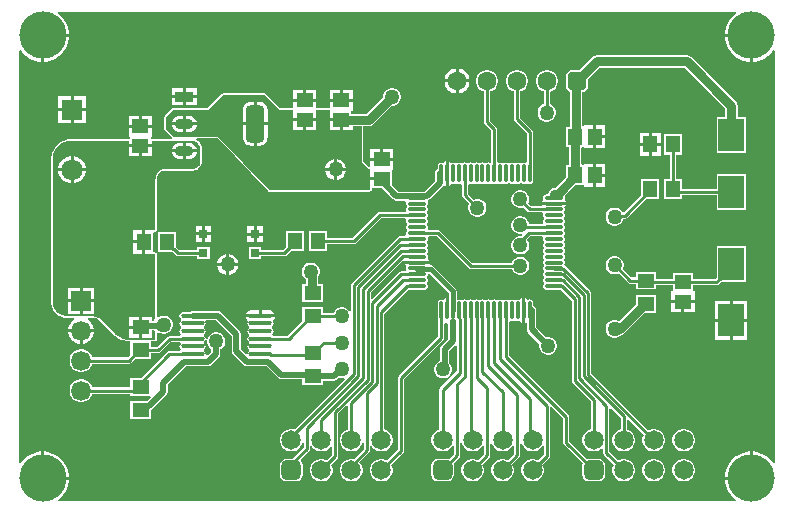
<source format=gtl>
G04*
G04 #@! TF.GenerationSoftware,Altium Limited,Altium Designer,24.2.2 (26)*
G04*
G04 Layer_Physical_Order=1*
G04 Layer_Color=255*
%FSLAX44Y44*%
%MOMM*%
G71*
G04*
G04 #@! TF.SameCoordinates,0955CF80-6420-4CC4-8797-52894B4AD841*
G04*
G04*
G04 #@! TF.FilePolarity,Positive*
G04*
G01*
G75*
%ADD14C,0.2540*%
%ADD16R,1.2546X1.4562*%
%ADD17R,1.4621X1.2581*%
%ADD18R,1.4562X1.2546*%
G04:AMPARAMS|DCode=19|XSize=1.6042mm|YSize=3.1798mm|CornerRadius=0.4411mm|HoleSize=0mm|Usage=FLASHONLY|Rotation=0.000|XOffset=0mm|YOffset=0mm|HoleType=Round|Shape=RoundedRectangle|*
%AMROUNDEDRECTD19*
21,1,1.6042,2.2975,0,0,0.0*
21,1,0.7219,3.1798,0,0,0.0*
1,1,0.8823,0.3609,-1.1488*
1,1,0.8823,-0.3609,-1.1488*
1,1,0.8823,-0.3609,1.1488*
1,1,0.8823,0.3609,1.1488*
%
%ADD19ROUNDEDRECTD19*%
G04:AMPARAMS|DCode=20|XSize=1.6042mm|YSize=0.8798mm|CornerRadius=0.4399mm|HoleSize=0mm|Usage=FLASHONLY|Rotation=0.000|XOffset=0mm|YOffset=0mm|HoleType=Round|Shape=RoundedRectangle|*
%AMROUNDEDRECTD20*
21,1,1.6042,0.0000,0,0,0.0*
21,1,0.7244,0.8798,0,0,0.0*
1,1,0.8798,0.3622,0.0000*
1,1,0.8798,-0.3622,0.0000*
1,1,0.8798,-0.3622,0.0000*
1,1,0.8798,0.3622,0.0000*
%
%ADD20ROUNDEDRECTD20*%
%ADD21R,1.6042X0.8798*%
%ADD22R,0.8000X0.8000*%
%ADD23R,1.2581X1.4621*%
%ADD24R,2.2000X2.8000*%
%ADD25O,1.6000X0.3000*%
%ADD26O,0.3000X1.6000*%
G04:AMPARAMS|DCode=27|XSize=1.9554mm|YSize=0.4208mm|CornerRadius=0.2104mm|HoleSize=0mm|Usage=FLASHONLY|Rotation=180.000|XOffset=0mm|YOffset=0mm|HoleType=Round|Shape=RoundedRectangle|*
%AMROUNDEDRECTD27*
21,1,1.9554,0.0000,0,0,180.0*
21,1,1.5347,0.4208,0,0,180.0*
1,1,0.4208,-0.7673,0.0000*
1,1,0.4208,0.7673,0.0000*
1,1,0.4208,0.7673,0.0000*
1,1,0.4208,-0.7673,0.0000*
%
%ADD27ROUNDEDRECTD27*%
%ADD28R,1.9554X0.4208*%
%ADD39C,1.6900*%
%ADD40R,1.6900X1.6900*%
%ADD42C,0.7620*%
%ADD43C,0.5080*%
%ADD44C,1.0160*%
%ADD45C,0.3810*%
%ADD46C,1.6000*%
G04:AMPARAMS|DCode=47|XSize=1.6mm|YSize=1.6mm|CornerRadius=0.4mm|HoleSize=0mm|Usage=FLASHONLY|Rotation=180.000|XOffset=0mm|YOffset=0mm|HoleType=Round|Shape=RoundedRectangle|*
%AMROUNDEDRECTD47*
21,1,1.6000,0.8000,0,0,180.0*
21,1,0.8000,1.6000,0,0,180.0*
1,1,0.8000,-0.4000,0.4000*
1,1,0.8000,0.4000,0.4000*
1,1,0.8000,0.4000,-0.4000*
1,1,0.8000,-0.4000,-0.4000*
%
%ADD47ROUNDEDRECTD47*%
%ADD48C,1.8000*%
%ADD49R,1.8000X1.8000*%
%ADD50C,4.0000*%
%ADD51C,1.6500*%
G04:AMPARAMS|DCode=52|XSize=1.65mm|YSize=1.65mm|CornerRadius=0.4125mm|HoleSize=0mm|Usage=FLASHONLY|Rotation=0.000|XOffset=0mm|YOffset=0mm|HoleType=Round|Shape=RoundedRectangle|*
%AMROUNDEDRECTD52*
21,1,1.6500,0.8250,0,0,0.0*
21,1,0.8250,1.6500,0,0,0.0*
1,1,0.8250,0.4125,-0.4125*
1,1,0.8250,-0.4125,-0.4125*
1,1,0.8250,-0.4125,0.4125*
1,1,0.8250,0.4125,0.4125*
%
%ADD52ROUNDEDRECTD52*%
%ADD53C,1.2700*%
G36*
X611844Y419780D02*
X612213Y418564D01*
X610632Y417508D01*
X607492Y414368D01*
X605025Y410677D01*
X603326Y406575D01*
X602460Y402220D01*
Y401270D01*
X625000D01*
Y400000D01*
X626270D01*
Y377460D01*
X627220D01*
X631575Y378326D01*
X635677Y380025D01*
X639368Y382492D01*
X642508Y385632D01*
X643565Y387213D01*
X644780Y386844D01*
X644780Y38156D01*
X643564Y37787D01*
X642508Y39368D01*
X639368Y42508D01*
X635677Y44975D01*
X631575Y46674D01*
X627220Y47540D01*
X626270D01*
Y25000D01*
X625000D01*
Y23730D01*
X602460D01*
Y22780D01*
X603326Y18425D01*
X605025Y14323D01*
X607492Y10632D01*
X610632Y7492D01*
X612213Y6435D01*
X611844Y5220D01*
X38156D01*
X37787Y6435D01*
X39369Y7492D01*
X42508Y10632D01*
X44975Y14324D01*
X46674Y18426D01*
X47540Y22780D01*
Y23730D01*
X25000D01*
Y25000D01*
X23730D01*
Y47540D01*
X22780D01*
X18426Y46674D01*
X14324Y44975D01*
X10632Y42508D01*
X7492Y39369D01*
X6435Y37787D01*
X5220Y38156D01*
Y386845D01*
X6435Y387213D01*
X7492Y385632D01*
X10632Y382492D01*
X14324Y380025D01*
X18426Y378326D01*
X22780Y377460D01*
X23730D01*
Y400000D01*
X25000D01*
Y401270D01*
X47540D01*
Y402220D01*
X46674Y406575D01*
X44975Y410677D01*
X42508Y414369D01*
X39369Y417508D01*
X37788Y418564D01*
X38156Y419780D01*
X611844Y419780D01*
D02*
G37*
%LPC*%
G36*
X47540Y398730D02*
X26270D01*
Y377460D01*
X27220D01*
X31575Y378326D01*
X35677Y380025D01*
X39369Y382492D01*
X42508Y385632D01*
X44975Y389324D01*
X46674Y393426D01*
X47540Y397780D01*
Y398730D01*
D02*
G37*
G36*
X623730Y398730D02*
X602460D01*
Y397780D01*
X603326Y393425D01*
X605025Y389323D01*
X607492Y385632D01*
X610632Y382492D01*
X614323Y380025D01*
X618425Y378326D01*
X622780Y377460D01*
X623730D01*
Y398730D01*
D02*
G37*
G36*
X377338Y371790D02*
X377220D01*
Y362520D01*
X386490D01*
Y362638D01*
X385772Y365318D01*
X384384Y367722D01*
X382422Y369684D01*
X380018Y371072D01*
X377338Y371790D01*
D02*
G37*
G36*
X374680D02*
X374562D01*
X371882Y371072D01*
X369478Y369684D01*
X367516Y367722D01*
X366128Y365318D01*
X365410Y362638D01*
Y362520D01*
X374680D01*
Y371790D01*
D02*
G37*
G36*
X386490Y359980D02*
X377220D01*
Y350710D01*
X377338D01*
X380018Y351428D01*
X382422Y352816D01*
X384384Y354779D01*
X385772Y357182D01*
X386490Y359863D01*
Y359980D01*
D02*
G37*
G36*
X374680D02*
X365410D01*
Y359863D01*
X366128Y357182D01*
X367516Y354779D01*
X369478Y352816D01*
X371882Y351428D01*
X374562Y350710D01*
X374680D01*
Y359980D01*
D02*
G37*
G36*
X155561Y354939D02*
X146270D01*
Y349270D01*
X155561D01*
Y354939D01*
D02*
G37*
G36*
X143730D02*
X134439D01*
Y349270D01*
X143730D01*
Y354939D01*
D02*
G37*
G36*
X256681Y353611D02*
X248130D01*
Y346068D01*
X256681D01*
Y353611D01*
D02*
G37*
G36*
X245590D02*
X237039D01*
Y346068D01*
X245590D01*
Y353611D01*
D02*
G37*
G36*
X287681D02*
X279130D01*
Y346068D01*
X287681D01*
Y353611D01*
D02*
G37*
G36*
X276590D02*
X268039D01*
Y346068D01*
X276590D01*
Y353611D01*
D02*
G37*
G36*
X155561Y346730D02*
X146270D01*
Y341061D01*
X155561D01*
Y346730D01*
D02*
G37*
G36*
X143730D02*
X134439D01*
Y341061D01*
X143730D01*
Y346730D01*
D02*
G37*
G36*
X61540Y348440D02*
X51270D01*
Y338170D01*
X61540D01*
Y348440D01*
D02*
G37*
G36*
X48730D02*
X38460D01*
Y338170D01*
X48730D01*
Y348440D01*
D02*
G37*
G36*
X321943Y355360D02*
X319937D01*
X317999Y354841D01*
X316261Y353838D01*
X314842Y352419D01*
X313839Y350681D01*
X313320Y348743D01*
Y347445D01*
X299337Y333462D01*
X286411D01*
Y335826D01*
X287615Y335985D01*
X287681D01*
Y343528D01*
X277860D01*
X268039D01*
Y338035D01*
X256681D01*
Y343528D01*
X246860D01*
X237039D01*
Y338035D01*
X226289D01*
X213952Y350372D01*
X212980Y350775D01*
X212980Y350775D01*
X177820D01*
X177335Y350574D01*
X176852Y350376D01*
X164519Y338147D01*
X135958Y338389D01*
X135956Y338389D01*
X135954Y338389D01*
X135464Y338190D01*
X134982Y337995D01*
X134981Y337993D01*
X134980Y337993D01*
X128450Y331542D01*
X128449Y331540D01*
X128448Y331539D01*
X128244Y331054D01*
X128041Y330572D01*
X128042Y330570D01*
X128041Y330569D01*
X128005Y320625D01*
X128006Y320622D01*
X128005Y320620D01*
X128206Y320136D01*
X128404Y319652D01*
X128407Y319650D01*
X128408Y319648D01*
X134752Y313305D01*
X134712Y312895D01*
X134376Y312034D01*
X117621Y312034D01*
X116524Y312767D01*
X116518Y313623D01*
X117621Y314185D01*
Y321728D01*
X107800D01*
X97979D01*
Y314185D01*
X99082Y313623D01*
X99075Y312767D01*
X97979Y312034D01*
X51262Y312035D01*
X49622Y312163D01*
X49482Y312118D01*
X49339Y312156D01*
X45969Y311723D01*
X45841Y311650D01*
X45694Y311658D01*
X42484Y310544D01*
X42374Y310446D01*
X42228Y310425D01*
X39314Y308677D01*
X39226Y308559D01*
X39087Y308508D01*
X36593Y306201D01*
X36531Y306067D01*
X36406Y305989D01*
X34436Y303220D01*
X34403Y303076D01*
X34297Y302974D01*
X32936Y299860D01*
X32933Y299713D01*
X32849Y299591D01*
X32154Y296265D01*
X32182Y296120D01*
X32125Y295984D01*
X32125Y294285D01*
X32125Y294285D01*
X32125Y293089D01*
X32125Y174501D01*
X32125Y173294D01*
X32179Y173164D01*
X32151Y173026D01*
X32621Y170659D01*
X32699Y170542D01*
X32699Y170401D01*
X33622Y168172D01*
X33721Y168072D01*
X33749Y167934D01*
X35089Y165927D01*
X35206Y165849D01*
X35260Y165719D01*
X36966Y164013D01*
X37096Y163959D01*
X37174Y163841D01*
X39180Y162501D01*
X39318Y162473D01*
X39418Y162374D01*
X41647Y161450D01*
X41788D01*
X41905Y161372D01*
X44272Y160902D01*
X44410Y160929D01*
X44540Y160875D01*
X45750Y160875D01*
X52003Y160875D01*
X52344Y159605D01*
X50852Y158744D01*
X48806Y156698D01*
X47359Y154192D01*
X46610Y151397D01*
Y151220D01*
X57600D01*
X68590D01*
Y151397D01*
X67841Y154192D01*
X66394Y156698D01*
X64348Y158744D01*
X62856Y159605D01*
X63197Y160875D01*
X66663D01*
X67758Y160821D01*
X69936Y160377D01*
X71949Y159520D01*
X73778Y158257D01*
X74598Y157484D01*
X74603Y157482D01*
X85350Y146316D01*
X85350Y146316D01*
X86496Y145126D01*
X86628Y145068D01*
X86706Y144947D01*
X89427Y143072D01*
X89568Y143042D01*
X89669Y142939D01*
X92710Y141646D01*
X92854Y141644D01*
X92973Y141564D01*
X96211Y140903D01*
X96352Y140931D01*
X96486Y140876D01*
X98138Y140875D01*
X98138Y140875D01*
X98138Y140875D01*
X98184D01*
X99419Y140791D01*
X99419Y139605D01*
Y129332D01*
X97227Y127140D01*
X66969D01*
X66658Y128302D01*
X65378Y130518D01*
X63568Y132328D01*
X61352Y133608D01*
X58880Y134270D01*
X56320D01*
X53848Y133608D01*
X51632Y132328D01*
X49822Y130518D01*
X48542Y128302D01*
X47880Y125830D01*
Y123270D01*
X48542Y120798D01*
X49822Y118582D01*
X51632Y116772D01*
X53848Y115492D01*
X56320Y114830D01*
X58880D01*
X61352Y115492D01*
X63568Y116772D01*
X65378Y118582D01*
X66658Y120798D01*
X66969Y121960D01*
X98300D01*
X99291Y122157D01*
X100131Y122719D01*
X103082Y125669D01*
X116580D01*
Y130640D01*
X122980D01*
X123971Y130837D01*
X124811Y131399D01*
X133823Y140410D01*
X141042D01*
X141326Y140054D01*
X141890Y138933D01*
X141145Y137816D01*
X140883Y136500D01*
X141145Y135184D01*
X141890Y134068D01*
X141326Y132946D01*
X141042Y132590D01*
X132500D01*
X131509Y132393D01*
X130669Y131832D01*
X108478Y109641D01*
X99419D01*
Y101740D01*
X66969D01*
X66658Y102902D01*
X65378Y105118D01*
X63568Y106928D01*
X61352Y108208D01*
X58880Y108870D01*
X56320D01*
X53848Y108208D01*
X51632Y106928D01*
X49822Y105118D01*
X48542Y102902D01*
X47880Y100430D01*
Y97870D01*
X48542Y95398D01*
X49822Y93182D01*
X51632Y91372D01*
X53848Y90092D01*
X56320Y89430D01*
X58880D01*
X61352Y90092D01*
X63568Y91372D01*
X65378Y93182D01*
X66658Y95398D01*
X66969Y96560D01*
X99419D01*
Y94519D01*
X115334D01*
X115745Y94519D01*
X116742Y93412D01*
X116729Y93103D01*
X113802Y90175D01*
X111751D01*
X111375Y90101D01*
X99419D01*
Y74979D01*
X116581D01*
Y82639D01*
X116897Y82702D01*
X118158Y83544D01*
X129687Y95073D01*
X130529Y96333D01*
X130825Y97820D01*
Y103841D01*
X146599Y119615D01*
X165124D01*
X166611Y119911D01*
X167871Y120753D01*
X174261Y127142D01*
X175103Y128403D01*
X175399Y129889D01*
Y133913D01*
X176679Y134653D01*
X178097Y136071D01*
X179101Y137809D01*
X179620Y139747D01*
Y141753D01*
X179101Y143691D01*
X178097Y145429D01*
X176679Y146847D01*
X174941Y147851D01*
X173003Y148370D01*
X170997D01*
X169059Y147851D01*
X167321Y146847D01*
X165903Y145429D01*
X164899Y143691D01*
X164380Y141753D01*
Y139747D01*
X164899Y137809D01*
X165903Y136071D01*
X167321Y134653D01*
X167629Y134475D01*
Y131498D01*
X164448Y128317D01*
X164053Y128376D01*
X163071Y129805D01*
X163109Y130000D01*
X162847Y131317D01*
X162102Y132433D01*
X162021Y132486D01*
Y134014D01*
X162102Y134068D01*
X162847Y135184D01*
X163109Y136500D01*
X162847Y137816D01*
X162102Y138933D01*
X162021Y138986D01*
Y140514D01*
X162102Y140568D01*
X162847Y141684D01*
X163109Y143000D01*
X162847Y144316D01*
X162102Y145432D01*
X162021Y145486D01*
Y147014D01*
X162102Y147067D01*
X162847Y148183D01*
X163109Y149500D01*
X162847Y150816D01*
X162102Y151932D01*
X162021Y151986D01*
Y153514D01*
X162102Y153568D01*
X162847Y154684D01*
X163109Y156000D01*
X162847Y157317D01*
X162828Y157345D01*
X163507Y158615D01*
X172141D01*
X185115Y145641D01*
Y132671D01*
X185411Y131185D01*
X186253Y129924D01*
X195424Y120753D01*
X196685Y119911D01*
X198171Y119615D01*
X214696D01*
X224397Y109913D01*
X225658Y109071D01*
X227144Y108776D01*
X245090D01*
Y103870D01*
X262251D01*
Y107546D01*
X271748D01*
X273235Y107841D01*
X274495Y108684D01*
X275978Y110167D01*
X277347Y109800D01*
X279353D01*
X280608Y110136D01*
X281265Y108997D01*
X238547Y66279D01*
X236903Y66720D01*
X234397D01*
X231975Y66071D01*
X229805Y64818D01*
X228032Y63045D01*
X226779Y60874D01*
X226130Y58453D01*
Y55946D01*
X226779Y53525D01*
X228032Y51354D01*
X229805Y49582D01*
X231975Y48329D01*
X234397Y47680D01*
X236903D01*
X239325Y48329D01*
X241495Y49582D01*
X243268Y51354D01*
X244521Y53525D01*
X245170Y55946D01*
X246400Y55851D01*
Y51063D01*
X236763Y41425D01*
X231525D01*
X229420Y41007D01*
X227635Y39814D01*
X226443Y38030D01*
X226024Y35925D01*
Y27675D01*
X226443Y25570D01*
X227635Y23785D01*
X229420Y22593D01*
X231525Y22174D01*
X239775D01*
X241880Y22593D01*
X243665Y23785D01*
X244857Y25570D01*
X245276Y27675D01*
Y35925D01*
X244857Y38030D01*
X243665Y39814D01*
X243558Y40896D01*
X250821Y48159D01*
X251383Y48999D01*
X251580Y49990D01*
Y52023D01*
X252850Y52363D01*
X253432Y51354D01*
X255205Y49582D01*
X257376Y48329D01*
X259797Y47680D01*
X262303D01*
X264725Y48329D01*
X266895Y49582D01*
X268668Y51354D01*
X269140Y52172D01*
X270410Y51832D01*
Y44823D01*
X265697Y40110D01*
X264725Y40671D01*
X262303Y41320D01*
X259797D01*
X257376Y40671D01*
X255205Y39418D01*
X253432Y37645D01*
X252179Y35474D01*
X251530Y33053D01*
Y30546D01*
X252179Y28125D01*
X253432Y25954D01*
X255205Y24182D01*
X257376Y22929D01*
X259797Y22280D01*
X262303D01*
X264725Y22929D01*
X266895Y24182D01*
X268668Y25954D01*
X269921Y28125D01*
X270570Y30546D01*
Y33053D01*
X269921Y35474D01*
X269360Y36447D01*
X274831Y41919D01*
X275393Y42759D01*
X275590Y43750D01*
Y79833D01*
X282687Y86930D01*
X283860Y86444D01*
Y66362D01*
X282775Y66071D01*
X280605Y64818D01*
X278832Y63045D01*
X277579Y60874D01*
X276930Y58453D01*
Y55946D01*
X277579Y53525D01*
X278832Y51354D01*
X280605Y49582D01*
X282775Y48329D01*
X285197Y47680D01*
X287703D01*
X290125Y48329D01*
X292295Y49582D01*
X294068Y51354D01*
X295321Y53525D01*
X295970Y55946D01*
X297200Y55851D01*
Y49613D01*
X288653Y41065D01*
X287703Y41320D01*
X285197D01*
X282775Y40671D01*
X280605Y39418D01*
X278832Y37645D01*
X277579Y35474D01*
X276930Y33053D01*
Y30546D01*
X277579Y28125D01*
X278832Y25954D01*
X280605Y24182D01*
X282775Y22929D01*
X285197Y22280D01*
X287703D01*
X290125Y22929D01*
X292295Y24182D01*
X294068Y25954D01*
X295321Y28125D01*
X295970Y30546D01*
Y33053D01*
X295321Y35474D01*
X294068Y37645D01*
X293313Y38400D01*
X301621Y46709D01*
X302183Y47549D01*
X302380Y48540D01*
Y52023D01*
X303650Y52363D01*
X304232Y51354D01*
X306005Y49582D01*
X308176Y48329D01*
X310597Y47680D01*
X313103D01*
X315525Y48329D01*
X317695Y49582D01*
X319468Y51354D01*
X320721Y53525D01*
X321370Y55946D01*
Y58453D01*
X320721Y60874D01*
X319468Y63045D01*
X317695Y64818D01*
X315525Y66071D01*
X314440Y66362D01*
Y164277D01*
X334948Y184785D01*
X335500Y184676D01*
X348500D01*
X349581Y184890D01*
X350497Y185503D01*
X351109Y186419D01*
X351324Y187500D01*
X351109Y188580D01*
X350738Y189136D01*
X350586Y190000D01*
X350738Y190863D01*
X351109Y191419D01*
X351324Y192500D01*
X351109Y193581D01*
X350738Y194137D01*
X350586Y195000D01*
X350738Y195864D01*
X351109Y196419D01*
X351324Y197500D01*
X352475Y198008D01*
X353062Y198070D01*
X369263Y181869D01*
Y178563D01*
X368770Y178159D01*
Y167000D01*
X366230D01*
Y177366D01*
X365924Y177306D01*
X364587Y176413D01*
X364137Y175738D01*
X363581Y176109D01*
X362500Y176324D01*
X361419Y176109D01*
X360503Y175497D01*
X359891Y174581D01*
X359676Y173500D01*
Y160500D01*
X359891Y159419D01*
X359910Y159390D01*
Y145073D01*
X326419Y111581D01*
X325857Y110741D01*
X325660Y109750D01*
Y49272D01*
X316497Y40110D01*
X315525Y40671D01*
X313103Y41320D01*
X310597D01*
X308176Y40671D01*
X306005Y39418D01*
X304232Y37645D01*
X302979Y35474D01*
X302330Y33053D01*
Y30546D01*
X302979Y28125D01*
X304232Y25954D01*
X306005Y24182D01*
X308176Y22929D01*
X310597Y22280D01*
X313103D01*
X315525Y22929D01*
X317695Y24182D01*
X319468Y25954D01*
X320721Y28125D01*
X321370Y30546D01*
Y33053D01*
X320721Y35474D01*
X320160Y36447D01*
X330081Y46368D01*
X330643Y47209D01*
X330840Y48200D01*
Y108677D01*
X364331Y142169D01*
X364893Y143009D01*
X365090Y144000D01*
Y155840D01*
X366360Y156608D01*
X367500Y156381D01*
X368403Y155640D01*
Y142466D01*
X362641Y136705D01*
X361799Y135445D01*
X361504Y133958D01*
Y124287D01*
X361219Y124211D01*
X359481Y123208D01*
X358063Y121789D01*
X357059Y120051D01*
X356540Y118113D01*
Y116107D01*
X357059Y114169D01*
X358063Y112431D01*
X359481Y111012D01*
X361219Y110009D01*
X363157Y109490D01*
X365163D01*
X367101Y110009D01*
X368839Y111012D01*
X370257Y112431D01*
X371261Y114169D01*
X371780Y116107D01*
Y118113D01*
X371261Y120051D01*
X370257Y121789D01*
X369273Y122773D01*
Y132349D01*
X374270Y137346D01*
X375540Y136820D01*
Y115453D01*
X361819Y101731D01*
X361257Y100891D01*
X361060Y99900D01*
Y66362D01*
X359975Y66071D01*
X357804Y64818D01*
X356032Y63045D01*
X354779Y60874D01*
X354130Y58453D01*
Y55946D01*
X354779Y53525D01*
X356032Y51354D01*
X357804Y49582D01*
X359975Y48329D01*
X362396Y47680D01*
X364903D01*
X367324Y48329D01*
X369495Y49582D01*
X371268Y51354D01*
X372140Y52866D01*
X373410Y52525D01*
Y45223D01*
X369308Y41121D01*
X367775Y41425D01*
X359525D01*
X357420Y41007D01*
X355635Y39814D01*
X354443Y38030D01*
X354024Y35925D01*
Y27675D01*
X354443Y25570D01*
X355635Y23785D01*
X357420Y22593D01*
X359525Y22174D01*
X367775D01*
X369880Y22593D01*
X371664Y23785D01*
X372857Y25570D01*
X373275Y27675D01*
Y35925D01*
X372971Y37458D01*
X377831Y42319D01*
X378393Y43159D01*
X378590Y44150D01*
Y54548D01*
X379860Y54715D01*
X380178Y53525D01*
X381432Y51354D01*
X383204Y49582D01*
X385375Y48329D01*
X387796Y47680D01*
X390303D01*
X392724Y48329D01*
X394895Y49582D01*
X396668Y51354D01*
X397640Y53039D01*
X398910Y52699D01*
Y45323D01*
X393697Y40110D01*
X392724Y40671D01*
X390303Y41320D01*
X387796D01*
X385375Y40671D01*
X383204Y39418D01*
X381432Y37645D01*
X380178Y35474D01*
X379530Y33053D01*
Y30546D01*
X380178Y28125D01*
X381432Y25954D01*
X383204Y24182D01*
X385375Y22929D01*
X387796Y22280D01*
X390303D01*
X392724Y22929D01*
X394895Y24182D01*
X396668Y25954D01*
X397921Y28125D01*
X398570Y30546D01*
Y33053D01*
X397921Y35474D01*
X397360Y36447D01*
X403331Y42419D01*
X403893Y43259D01*
X404090Y44250D01*
Y54174D01*
X405360Y54342D01*
X405578Y53525D01*
X406832Y51354D01*
X408604Y49582D01*
X410775Y48329D01*
X413196Y47680D01*
X415703D01*
X418124Y48329D01*
X420295Y49582D01*
X422068Y51354D01*
X423140Y53212D01*
X424410Y52872D01*
Y45423D01*
X419097Y40110D01*
X418124Y40671D01*
X415703Y41320D01*
X413196D01*
X410775Y40671D01*
X408604Y39418D01*
X406832Y37645D01*
X405578Y35474D01*
X404930Y33053D01*
Y30546D01*
X405578Y28125D01*
X406832Y25954D01*
X408604Y24182D01*
X410775Y22929D01*
X413196Y22280D01*
X415703D01*
X418124Y22929D01*
X420295Y24182D01*
X422068Y25954D01*
X423321Y28125D01*
X423970Y30546D01*
Y33053D01*
X423321Y35474D01*
X422760Y36447D01*
X428831Y42519D01*
X429393Y43359D01*
X429590Y44350D01*
Y53801D01*
X430860Y53968D01*
X430979Y53525D01*
X432232Y51354D01*
X434004Y49582D01*
X436175Y48329D01*
X438596Y47680D01*
X441103D01*
X443524Y48329D01*
X445695Y49582D01*
X447468Y51354D01*
X448140Y52519D01*
X449410Y52179D01*
Y45023D01*
X444497Y40110D01*
X443524Y40671D01*
X441103Y41320D01*
X438596D01*
X436175Y40671D01*
X434004Y39418D01*
X432232Y37645D01*
X430979Y35474D01*
X430330Y33053D01*
Y30546D01*
X430979Y28125D01*
X432232Y25954D01*
X434004Y24182D01*
X436175Y22929D01*
X438596Y22280D01*
X441103D01*
X443524Y22929D01*
X445695Y24182D01*
X447468Y25954D01*
X448721Y28125D01*
X449370Y30546D01*
Y33053D01*
X448721Y35474D01*
X448159Y36447D01*
X453831Y42119D01*
X454393Y42959D01*
X454590Y43950D01*
Y85202D01*
X455860Y85728D01*
X465910Y75677D01*
Y54950D01*
X466107Y53959D01*
X466669Y53119D01*
X482329Y37458D01*
X482024Y35925D01*
Y27675D01*
X482443Y25570D01*
X483635Y23785D01*
X485420Y22593D01*
X487525Y22174D01*
X495775D01*
X497880Y22593D01*
X499665Y23785D01*
X500857Y25570D01*
X501276Y27675D01*
Y35925D01*
X500857Y38030D01*
X499665Y39814D01*
X497880Y41007D01*
X495775Y41425D01*
X487525D01*
X485992Y41121D01*
X471090Y56023D01*
Y76750D01*
X470893Y77741D01*
X470331Y78581D01*
X420090Y128823D01*
Y157252D01*
X421360Y157930D01*
X421419Y157891D01*
X422500Y157676D01*
X423581Y157891D01*
X424136Y158262D01*
X425000Y158414D01*
X425863Y158262D01*
X426419Y157891D01*
X427500Y157676D01*
X428581Y157891D01*
X429137Y158262D01*
X429587Y157587D01*
X430924Y156694D01*
X431230Y156633D01*
Y167000D01*
Y177366D01*
X430924Y177306D01*
X429587Y176413D01*
X429137Y175738D01*
X428581Y176109D01*
X427500Y176324D01*
X426419Y176109D01*
X425863Y175738D01*
X425000Y175586D01*
X424136Y175738D01*
X423581Y176109D01*
X422500Y176324D01*
X421419Y176109D01*
X420503Y175497D01*
X419497D01*
X418581Y176109D01*
X417500Y176324D01*
X416419Y176109D01*
X415863Y175738D01*
X415000Y175586D01*
X414136Y175738D01*
X413581Y176109D01*
X412500Y176324D01*
X411419Y176109D01*
X410503Y175497D01*
X409497D01*
X408581Y176109D01*
X407500Y176324D01*
X406419Y176109D01*
X405863Y175738D01*
X405000Y175586D01*
X404136Y175738D01*
X403581Y176109D01*
X402500Y176324D01*
X401419Y176109D01*
X400503Y175497D01*
X399497D01*
X398581Y176109D01*
X397500Y176324D01*
X396419Y176109D01*
X395863Y175738D01*
X395000Y175586D01*
X394136Y175738D01*
X393581Y176109D01*
X392500Y176324D01*
X391419Y176109D01*
X390503Y175497D01*
X389497D01*
X388581Y176109D01*
X387500Y176324D01*
X386419Y176109D01*
X385864Y175738D01*
X385000Y175586D01*
X384136Y175738D01*
X383581Y176109D01*
X382500Y176324D01*
X381419Y176109D01*
X380503Y175497D01*
X379497D01*
X378581Y176109D01*
X377500Y176324D01*
X377007Y176226D01*
X375737Y177065D01*
Y183210D01*
X375491Y184449D01*
X374789Y185499D01*
X355824Y204464D01*
X354774Y205166D01*
X353535Y205412D01*
X353375D01*
X352783Y206230D01*
X342000D01*
X331633D01*
X331694Y205924D01*
X332587Y204588D01*
X333262Y204137D01*
X332891Y203581D01*
X332676Y202500D01*
X332891Y201419D01*
X332930Y201360D01*
X332251Y200090D01*
X328500D01*
X327509Y199893D01*
X326669Y199331D01*
X304183Y176846D01*
X303010Y177332D01*
Y182097D01*
X330227Y209315D01*
X331614Y209035D01*
X331672Y208963D01*
X331633Y208770D01*
X342000D01*
X352366D01*
X352305Y209076D01*
X351413Y210413D01*
X350738Y210864D01*
X351109Y211419D01*
X351324Y212500D01*
X351109Y213581D01*
X350738Y214137D01*
X350586Y215000D01*
X350738Y215864D01*
X351109Y216419D01*
X351324Y217500D01*
X351109Y218581D01*
X350738Y219137D01*
X350586Y220000D01*
X350738Y220864D01*
X351109Y221419D01*
X351324Y222500D01*
X351109Y223581D01*
X350738Y224137D01*
X350586Y225000D01*
X350738Y225863D01*
X351109Y226419D01*
X351324Y227500D01*
X351115Y228552D01*
X351110Y228582D01*
X351807Y229822D01*
X358765D01*
X385669Y202919D01*
X386509Y202357D01*
X387500Y202160D01*
X422305D01*
X422399Y201809D01*
X423402Y200071D01*
X424821Y198652D01*
X426559Y197649D01*
X428497Y197130D01*
X430503D01*
X432441Y197649D01*
X434179Y198652D01*
X435597Y200071D01*
X436601Y201809D01*
X437120Y203747D01*
Y205753D01*
X436601Y207691D01*
X435597Y209429D01*
X434179Y210847D01*
X432441Y211851D01*
X430503Y212370D01*
X428497D01*
X426559Y211851D01*
X424821Y210847D01*
X423402Y209429D01*
X422399Y207691D01*
X422305Y207340D01*
X388573D01*
X361669Y234243D01*
X360829Y234805D01*
X359838Y235002D01*
X351689D01*
X351010Y236272D01*
X351109Y236419D01*
X351324Y237500D01*
X351109Y238581D01*
X350738Y239137D01*
X350586Y240000D01*
X350738Y240864D01*
X351109Y241419D01*
X351324Y242500D01*
X351109Y243581D01*
X350738Y244137D01*
X350586Y245000D01*
X350738Y245863D01*
X351109Y246419D01*
X351324Y247500D01*
X351109Y248581D01*
X350738Y249136D01*
X350586Y250000D01*
X350738Y250864D01*
X351109Y251419D01*
X351324Y252500D01*
X351109Y253581D01*
X350738Y254137D01*
X350586Y255000D01*
X350738Y255863D01*
X351109Y256419D01*
X351324Y257500D01*
X351109Y258581D01*
X351037Y258689D01*
X351621Y260100D01*
X351690Y260114D01*
X352950Y260956D01*
X363997Y272003D01*
X364205Y272315D01*
X365922Y272696D01*
X365924Y272695D01*
X366230Y272634D01*
Y283000D01*
Y293367D01*
X365924Y293306D01*
X364587Y292413D01*
X364137Y291738D01*
X363581Y292110D01*
X362500Y292325D01*
X361419Y292110D01*
X360503Y291497D01*
X359891Y290581D01*
X359676Y289500D01*
Y286780D01*
X358503Y285997D01*
X357661Y284737D01*
X357365Y283250D01*
Y276359D01*
X348594Y267588D01*
X326148D01*
X320801Y272935D01*
Y286035D01*
X322005Y286195D01*
X322071D01*
Y293738D01*
X312250D01*
X302429D01*
Y289161D01*
X301159Y288635D01*
X296665Y293129D01*
Y323103D01*
X301482D01*
X303465Y323497D01*
X305145Y324620D01*
X320645Y340120D01*
X321943D01*
X323881Y340639D01*
X325619Y341642D01*
X327038Y343061D01*
X328041Y344799D01*
X328560Y346737D01*
Y348743D01*
X328041Y350681D01*
X327038Y352419D01*
X325619Y353838D01*
X323881Y354841D01*
X321943Y355360D01*
D02*
G37*
G36*
X453371Y370520D02*
X450930D01*
X448572Y369888D01*
X446458Y368668D01*
X444732Y366942D01*
X443512Y364828D01*
X442880Y362471D01*
Y360030D01*
X443512Y357672D01*
X444732Y355558D01*
X446458Y353832D01*
X448572Y352612D01*
X449360Y352401D01*
Y341749D01*
X448809Y341601D01*
X447071Y340597D01*
X445653Y339179D01*
X444649Y337441D01*
X444130Y335503D01*
Y333497D01*
X444649Y331559D01*
X445653Y329821D01*
X447071Y328402D01*
X448809Y327399D01*
X450747Y326880D01*
X452753D01*
X454691Y327399D01*
X456429Y328402D01*
X457848Y329821D01*
X458851Y331559D01*
X459370Y333497D01*
Y335503D01*
X458851Y337441D01*
X457848Y339179D01*
X456429Y340597D01*
X454691Y341601D01*
X454540Y341641D01*
Y352294D01*
X455728Y352612D01*
X457842Y353832D01*
X459568Y355558D01*
X460788Y357672D01*
X461420Y360030D01*
Y362471D01*
X460788Y364828D01*
X459568Y366942D01*
X457842Y368668D01*
X455728Y369888D01*
X453371Y370520D01*
D02*
G37*
G36*
X61540Y335630D02*
X51270D01*
Y325360D01*
X61540D01*
Y335630D01*
D02*
G37*
G36*
X48730D02*
X38460D01*
Y325360D01*
X48730D01*
Y335630D01*
D02*
G37*
G36*
X117621Y331811D02*
X109070D01*
Y324268D01*
X117621D01*
Y331811D01*
D02*
G37*
G36*
X106530D02*
X97979D01*
Y324268D01*
X106530D01*
Y331811D01*
D02*
G37*
G36*
X501451Y323971D02*
X493908D01*
Y315420D01*
X501451D01*
Y323971D01*
D02*
G37*
G36*
X548311Y317351D02*
X540750D01*
Y308770D01*
X548311D01*
Y317351D01*
D02*
G37*
G36*
X538210D02*
X530649D01*
Y308770D01*
X538210D01*
Y317351D01*
D02*
G37*
G36*
X501451Y312880D02*
X493908D01*
Y304329D01*
X501451D01*
Y312880D01*
D02*
G37*
G36*
X570660Y382980D02*
X494100D01*
X492118Y382585D01*
X490438Y381463D01*
X479598Y370623D01*
X473550D01*
X471494Y370214D01*
X469751Y369050D01*
X468586Y367306D01*
X468177Y365250D01*
Y357250D01*
X468586Y355194D01*
X469751Y353451D01*
X471494Y352286D01*
X471657Y352254D01*
Y322701D01*
X468579D01*
Y305599D01*
X470943D01*
Y289951D01*
X468579D01*
Y280174D01*
X459035Y270630D01*
X458400D01*
X456418Y270235D01*
X454738Y269112D01*
X453615Y267432D01*
X453220Y265450D01*
X453117Y265324D01*
X451500D01*
X450419Y265109D01*
X449503Y264497D01*
X448891Y263581D01*
X448676Y262500D01*
X448891Y261419D01*
X449262Y260863D01*
X448587Y260413D01*
X447695Y259076D01*
X447634Y258770D01*
X458000D01*
X468367D01*
X468306Y259076D01*
X467413Y260413D01*
X466738Y260863D01*
X467109Y261419D01*
X467324Y262500D01*
X467109Y263581D01*
X466920Y263865D01*
X475904Y272849D01*
X483665Y272849D01*
X483825Y271645D01*
Y271579D01*
X491368D01*
Y281400D01*
Y291221D01*
X483825D01*
Y291155D01*
X483665Y289951D01*
X482200Y289951D01*
X481302Y290849D01*
Y304701D01*
X482200Y305599D01*
X483665Y305599D01*
X483825Y304395D01*
Y304329D01*
X491368D01*
Y314150D01*
Y323971D01*
X483825D01*
Y323905D01*
X483787Y323624D01*
X482446Y323169D01*
X482016Y323599D01*
Y351969D01*
X483606Y352286D01*
X485350Y353451D01*
X486514Y355194D01*
X486923Y357250D01*
Y363298D01*
X496245Y372621D01*
X568515D01*
X603070Y338065D01*
Y330770D01*
X595980D01*
Y300230D01*
X620520D01*
Y330770D01*
X613429D01*
Y340210D01*
X613035Y342192D01*
X611912Y343873D01*
X574323Y381463D01*
X572642Y382585D01*
X570660Y382980D01*
D02*
G37*
G36*
X548311Y306230D02*
X540750D01*
Y297649D01*
X548311D01*
Y306230D01*
D02*
G37*
G36*
X538210D02*
X530649D01*
Y297649D01*
X538210D01*
Y306230D01*
D02*
G37*
G36*
X322071Y303821D02*
X313520D01*
Y296278D01*
X322071D01*
Y303821D01*
D02*
G37*
G36*
X310980D02*
X302429D01*
Y296278D01*
X310980D01*
Y303821D01*
D02*
G37*
G36*
X427971Y370520D02*
X425530D01*
X423172Y369888D01*
X421058Y368668D01*
X419332Y366942D01*
X418112Y364828D01*
X417480Y362471D01*
Y360030D01*
X418112Y357672D01*
X419332Y355558D01*
X421058Y353832D01*
X423172Y352612D01*
X424160Y352347D01*
Y328991D01*
X424357Y328000D01*
X424919Y327160D01*
X434910Y317169D01*
Y292749D01*
X433640Y292070D01*
X433581Y292110D01*
X432500Y292325D01*
X431419Y292110D01*
X430503Y291497D01*
X429497D01*
X428581Y292110D01*
X427500Y292325D01*
X426419Y292110D01*
X425863Y291738D01*
X425000Y291586D01*
X424136Y291738D01*
X423581Y292110D01*
X422500Y292325D01*
X421419Y292110D01*
X420503Y291497D01*
X419497D01*
X418581Y292110D01*
X417500Y292325D01*
X416419Y292110D01*
X415863Y291738D01*
X415000Y291586D01*
X414136Y291738D01*
X413581Y292110D01*
X412500Y292325D01*
X411419Y292110D01*
X411360Y292070D01*
X410090Y292749D01*
Y320541D01*
X409892Y321533D01*
X409331Y322373D01*
X403940Y327764D01*
Y352347D01*
X404928Y352612D01*
X407042Y353832D01*
X408768Y355558D01*
X409988Y357672D01*
X410620Y360030D01*
Y362471D01*
X409988Y364828D01*
X408768Y366942D01*
X407042Y368668D01*
X404928Y369888D01*
X402570Y370520D01*
X400130D01*
X397772Y369888D01*
X395658Y368668D01*
X393932Y366942D01*
X392712Y364828D01*
X392080Y362471D01*
Y360030D01*
X392712Y357672D01*
X393932Y355558D01*
X395658Y353832D01*
X397772Y352612D01*
X398760Y352347D01*
Y326691D01*
X398957Y325700D01*
X399519Y324860D01*
X404910Y319469D01*
Y292749D01*
X403640Y292070D01*
X403581Y292110D01*
X402500Y292325D01*
X401419Y292110D01*
X400503Y291497D01*
X399497D01*
X398581Y292110D01*
X397500Y292325D01*
X396419Y292110D01*
X395863Y291738D01*
X395000Y291586D01*
X394136Y291738D01*
X393581Y292110D01*
X392500Y292325D01*
X391419Y292110D01*
X390503Y291497D01*
X389497D01*
X388581Y292110D01*
X387500Y292325D01*
X386419Y292110D01*
X385864Y291738D01*
X385000Y291586D01*
X384136Y291738D01*
X383581Y292110D01*
X382500Y292325D01*
X381419Y292110D01*
X380503Y291497D01*
X379497D01*
X378581Y292110D01*
X377500Y292325D01*
X376419Y292110D01*
X375864Y291738D01*
X375000Y291586D01*
X374136Y291738D01*
X373581Y292110D01*
X372500Y292325D01*
X371419Y292110D01*
X370863Y291738D01*
X370413Y292413D01*
X369076Y293306D01*
X368770Y293367D01*
Y283000D01*
Y272634D01*
X369076Y272695D01*
X370413Y273587D01*
X370863Y274262D01*
X371419Y273891D01*
X372500Y273676D01*
X373581Y273891D01*
X374136Y274262D01*
X375000Y274414D01*
X375864Y274262D01*
X376419Y273891D01*
X377500Y273676D01*
X378581Y273891D01*
X378640Y273931D01*
X379910Y273252D01*
Y264500D01*
X380107Y263509D01*
X380669Y262669D01*
X386331Y257006D01*
X386149Y256691D01*
X385630Y254753D01*
Y252747D01*
X386149Y250809D01*
X387152Y249071D01*
X388571Y247652D01*
X390309Y246649D01*
X392247Y246130D01*
X394253D01*
X396191Y246649D01*
X397929Y247652D01*
X399347Y249071D01*
X400351Y250809D01*
X400870Y252747D01*
Y254753D01*
X400351Y256691D01*
X399347Y258429D01*
X397929Y259848D01*
X396191Y260851D01*
X394253Y261370D01*
X392247D01*
X390309Y260851D01*
X389994Y260669D01*
X385090Y265573D01*
Y273252D01*
X386360Y273930D01*
X386419Y273891D01*
X387500Y273676D01*
X388581Y273891D01*
X389497Y274503D01*
X390503D01*
X391419Y273891D01*
X392500Y273676D01*
X393581Y273891D01*
X394136Y274262D01*
X395000Y274414D01*
X395863Y274262D01*
X396419Y273891D01*
X397500Y273676D01*
X398581Y273891D01*
X399497Y274503D01*
X400503D01*
X401419Y273891D01*
X402500Y273676D01*
X403581Y273891D01*
X404136Y274262D01*
X405000Y274414D01*
X405863Y274262D01*
X406419Y273891D01*
X407500Y273676D01*
X408581Y273891D01*
X409497Y274503D01*
X410503D01*
X411419Y273891D01*
X412500Y273676D01*
X413581Y273891D01*
X414136Y274262D01*
X415000Y274414D01*
X415863Y274262D01*
X416419Y273891D01*
X417500Y273676D01*
X418581Y273891D01*
X419497Y274503D01*
X420503D01*
X421419Y273891D01*
X422500Y273676D01*
X423581Y273891D01*
X424136Y274262D01*
X425000Y274414D01*
X425863Y274262D01*
X426419Y273891D01*
X427500Y273676D01*
X428581Y273891D01*
X429497Y274503D01*
X430503D01*
X431419Y273891D01*
X432500Y273676D01*
X433581Y273891D01*
X434136Y274262D01*
X435000Y274414D01*
X435863Y274262D01*
X436419Y273891D01*
X437500Y273676D01*
X438581Y273891D01*
X439497Y274503D01*
X440109Y275419D01*
X440324Y276500D01*
Y289500D01*
X440109Y290581D01*
X440089Y290610D01*
Y318242D01*
X439892Y319233D01*
X439331Y320073D01*
X429340Y330064D01*
Y352347D01*
X430328Y352612D01*
X432442Y353832D01*
X434168Y355558D01*
X435388Y357672D01*
X436020Y360030D01*
Y362471D01*
X435388Y364828D01*
X434168Y366942D01*
X432442Y368668D01*
X430328Y369888D01*
X427971Y370520D01*
D02*
G37*
G36*
X501451Y291221D02*
X493908D01*
Y282670D01*
X501451D01*
Y291221D01*
D02*
G37*
G36*
Y280130D02*
X493908D01*
Y271579D01*
X501451D01*
Y280130D01*
D02*
G37*
G36*
X566581Y316080D02*
X551459D01*
Y298919D01*
X556430D01*
Y278581D01*
X551459D01*
Y261420D01*
X566581D01*
Y264910D01*
X595980D01*
Y252230D01*
X620520D01*
Y282770D01*
X595980D01*
Y270089D01*
X566581D01*
Y278581D01*
X561610D01*
Y298919D01*
X566581D01*
Y316080D01*
D02*
G37*
G36*
X547041Y278581D02*
X531920D01*
Y265082D01*
X517313Y250475D01*
X515788Y250641D01*
X515477Y251179D01*
X514059Y252598D01*
X512321Y253601D01*
X510383Y254120D01*
X508377D01*
X506439Y253601D01*
X504701Y252598D01*
X503283Y251179D01*
X502279Y249441D01*
X501760Y247503D01*
Y245497D01*
X502279Y243559D01*
X503283Y241821D01*
X504701Y240403D01*
X506439Y239399D01*
X508377Y238880D01*
X510383D01*
X512321Y239399D01*
X514059Y240403D01*
X515477Y241821D01*
X516481Y243559D01*
X516798Y244744D01*
X517834D01*
X518825Y244942D01*
X519665Y245503D01*
X535582Y261420D01*
X547041D01*
Y278581D01*
D02*
G37*
G36*
X430503Y268870D02*
X428497D01*
X426559Y268351D01*
X424821Y267348D01*
X423402Y265929D01*
X422399Y264191D01*
X421880Y262253D01*
Y260247D01*
X422399Y258309D01*
X423402Y256571D01*
X424821Y255152D01*
X426559Y254149D01*
X428497Y253630D01*
X430503D01*
X432242Y254096D01*
X435669Y250669D01*
X436509Y250107D01*
X437500Y249910D01*
X448251D01*
X448930Y248640D01*
X448891Y248581D01*
X448676Y247500D01*
X448891Y246419D01*
X449262Y245863D01*
X449414Y245000D01*
X449262Y244137D01*
X448891Y243581D01*
X448676Y242500D01*
X448885Y241448D01*
X448890Y241418D01*
X448193Y240178D01*
X437120D01*
Y240253D01*
X436601Y242191D01*
X435597Y243929D01*
X434179Y245347D01*
X432441Y246351D01*
X430503Y246870D01*
X428497D01*
X426559Y246351D01*
X424821Y245347D01*
X423402Y243929D01*
X422399Y242191D01*
X421880Y240253D01*
Y238247D01*
X422399Y236309D01*
X423402Y234571D01*
X424821Y233152D01*
X426559Y232149D01*
X428497Y231630D01*
X430503D01*
X430733Y231691D01*
X431390Y230553D01*
X430457Y229620D01*
X428497D01*
X426559Y229101D01*
X424821Y228097D01*
X423402Y226679D01*
X422399Y224941D01*
X421880Y223003D01*
Y220997D01*
X422399Y219059D01*
X423402Y217321D01*
X424821Y215903D01*
X426559Y214899D01*
X428497Y214380D01*
X430503D01*
X432441Y214899D01*
X434179Y215903D01*
X435597Y217321D01*
X436601Y219059D01*
X437120Y220997D01*
Y223003D01*
X436601Y224941D01*
X435597Y226679D01*
X435219Y227057D01*
X438073Y229910D01*
X448251D01*
X448930Y228640D01*
X448891Y228581D01*
X448676Y227500D01*
X448891Y226419D01*
X449262Y225863D01*
X449414Y225000D01*
X449262Y224137D01*
X448891Y223581D01*
X448676Y222500D01*
X448891Y221419D01*
X449262Y220864D01*
X449414Y220000D01*
X449262Y219137D01*
X448891Y218581D01*
X448676Y217500D01*
X448891Y216419D01*
X449262Y215864D01*
X449414Y215000D01*
X449262Y214137D01*
X448891Y213581D01*
X448676Y212500D01*
X448891Y211419D01*
X449262Y210864D01*
X449414Y210000D01*
X449262Y209137D01*
X448891Y208581D01*
X448676Y207500D01*
X448891Y206419D01*
X449262Y205864D01*
X449414Y205000D01*
X449262Y204137D01*
X448891Y203581D01*
X448676Y202500D01*
X448891Y201419D01*
X449262Y200864D01*
X449414Y200000D01*
X449262Y199137D01*
X448891Y198581D01*
X448676Y197500D01*
X448891Y196419D01*
X449262Y195864D01*
X449414Y195000D01*
X449262Y194137D01*
X448891Y193581D01*
X448676Y192500D01*
X448891Y191419D01*
X449262Y190864D01*
X449414Y190000D01*
X449262Y189137D01*
X448891Y188581D01*
X448676Y187500D01*
X448891Y186420D01*
X449503Y185503D01*
X450419Y184891D01*
X451500Y184676D01*
X463662D01*
X472980Y175358D01*
Y107180D01*
X473177Y106189D01*
X473739Y105349D01*
X489060Y90027D01*
Y66362D01*
X487976Y66071D01*
X485805Y64818D01*
X484032Y63045D01*
X482779Y60874D01*
X482130Y58453D01*
Y55946D01*
X482779Y53525D01*
X484032Y51354D01*
X485805Y49582D01*
X487976Y48329D01*
X490397Y47680D01*
X492903D01*
X495325Y48329D01*
X497495Y49582D01*
X498580Y50667D01*
X499850Y50141D01*
Y46410D01*
X500047Y45419D01*
X500609Y44578D01*
X508740Y36447D01*
X508179Y35474D01*
X507530Y33053D01*
Y30546D01*
X508179Y28125D01*
X509432Y25954D01*
X511205Y24182D01*
X513376Y22929D01*
X515797Y22280D01*
X518303D01*
X520725Y22929D01*
X522895Y24182D01*
X524668Y25954D01*
X525921Y28125D01*
X526570Y30546D01*
Y33053D01*
X525921Y35474D01*
X524668Y37645D01*
X522895Y39418D01*
X520725Y40671D01*
X518303Y41320D01*
X515797D01*
X513376Y40671D01*
X512403Y40110D01*
X505030Y47483D01*
Y83910D01*
X506203Y84396D01*
X514460Y76139D01*
Y66362D01*
X513376Y66071D01*
X511205Y64818D01*
X509432Y63045D01*
X508179Y60874D01*
X507530Y58453D01*
Y55946D01*
X508179Y53525D01*
X509432Y51354D01*
X511205Y49582D01*
X513376Y48329D01*
X515797Y47680D01*
X518303D01*
X520725Y48329D01*
X522895Y49582D01*
X524668Y51354D01*
X525921Y53525D01*
X526570Y55946D01*
Y58453D01*
X525921Y60874D01*
X524668Y63045D01*
X522895Y64818D01*
X520725Y66071D01*
X519640Y66362D01*
Y74688D01*
X520813Y75174D01*
X534140Y61847D01*
X533579Y60874D01*
X532930Y58453D01*
Y55946D01*
X533579Y53525D01*
X534832Y51354D01*
X536605Y49582D01*
X538775Y48329D01*
X541197Y47680D01*
X543703D01*
X546125Y48329D01*
X548295Y49582D01*
X550068Y51354D01*
X551321Y53525D01*
X551970Y55946D01*
Y58453D01*
X551321Y60874D01*
X550068Y63045D01*
X548295Y64818D01*
X546125Y66071D01*
X543703Y66720D01*
X541197D01*
X538775Y66071D01*
X537803Y65510D01*
X489590Y113722D01*
Y181490D01*
X489393Y182481D01*
X488831Y183321D01*
X467909Y204243D01*
X467327Y204633D01*
X467056Y204916D01*
X466916Y206130D01*
X467109Y206419D01*
X467324Y207500D01*
X467109Y208581D01*
X466738Y209137D01*
X466586Y210000D01*
X466738Y210864D01*
X467109Y211419D01*
X467324Y212500D01*
X467109Y213581D01*
X466738Y214137D01*
X466586Y215000D01*
X466738Y215864D01*
X467109Y216419D01*
X467324Y217500D01*
X467109Y218581D01*
X466738Y219137D01*
X466586Y220000D01*
X466738Y220864D01*
X467109Y221419D01*
X467324Y222500D01*
X467109Y223581D01*
X466497Y224497D01*
Y225503D01*
X467109Y226419D01*
X467324Y227500D01*
X467109Y228581D01*
X466738Y229137D01*
X466586Y230000D01*
X466738Y230864D01*
X467109Y231419D01*
X467324Y232500D01*
X467109Y233581D01*
X466738Y234137D01*
X466586Y235000D01*
X466738Y235863D01*
X467109Y236419D01*
X467324Y237500D01*
X467109Y238581D01*
X466738Y239137D01*
X466586Y240000D01*
X466738Y240864D01*
X467109Y241419D01*
X467324Y242500D01*
X467109Y243581D01*
X466738Y244137D01*
X466586Y245000D01*
X466738Y245863D01*
X467109Y246419D01*
X467324Y247500D01*
X467109Y248581D01*
X466738Y249136D01*
X466586Y250000D01*
X466738Y250864D01*
X467109Y251419D01*
X467324Y252500D01*
X467109Y253581D01*
X466738Y254137D01*
X467413Y254587D01*
X468306Y255924D01*
X468367Y256230D01*
X458000D01*
X447530D01*
X446841Y255090D01*
X438573D01*
X436144Y257518D01*
X436601Y258309D01*
X437120Y260247D01*
Y262253D01*
X436601Y264191D01*
X435597Y265929D01*
X434179Y267348D01*
X432441Y268351D01*
X430503Y268870D01*
D02*
G37*
G36*
X620520Y221770D02*
X595980D01*
Y195130D01*
X594197Y193348D01*
X575801D01*
Y198301D01*
X558699D01*
Y193348D01*
X544581D01*
Y199831D01*
X527420D01*
Y194860D01*
X523553D01*
X516343Y202070D01*
X516481Y202309D01*
X517000Y204247D01*
Y206253D01*
X516481Y208191D01*
X515477Y209929D01*
X514059Y211348D01*
X512321Y212351D01*
X510383Y212870D01*
X508377D01*
X506439Y212351D01*
X504701Y211348D01*
X503283Y209929D01*
X502279Y208191D01*
X501760Y206253D01*
Y204247D01*
X502279Y202309D01*
X503283Y200571D01*
X504701Y199153D01*
X506439Y198149D01*
X508377Y197630D01*
X510383D01*
X512321Y198149D01*
X512712Y198375D01*
X520649Y190439D01*
X521489Y189877D01*
X522480Y189680D01*
X527420D01*
Y184709D01*
X544581D01*
Y188168D01*
X558699D01*
X558699Y183215D01*
X557495Y183055D01*
X557429D01*
Y175512D01*
X567250D01*
X577071D01*
Y183055D01*
X577005D01*
X575801Y183215D01*
X575801Y184326D01*
Y188168D01*
X595270D01*
X596261Y188365D01*
X597101Y188927D01*
X599405Y191230D01*
X620520D01*
Y221770D01*
D02*
G37*
G36*
X577071Y172972D02*
X568520D01*
Y165429D01*
X577071D01*
Y172972D01*
D02*
G37*
G36*
X565980D02*
X557429D01*
Y165429D01*
X565980D01*
Y172972D01*
D02*
G37*
G36*
X621790Y175040D02*
X609520D01*
Y159770D01*
X621790D01*
Y175040D01*
D02*
G37*
G36*
X606980D02*
X594710D01*
Y159770D01*
X606980D01*
Y175040D01*
D02*
G37*
G36*
X544581Y180291D02*
X527420D01*
Y172495D01*
X512952Y158027D01*
X512321Y158391D01*
X510383Y158910D01*
X508377D01*
X506439Y158391D01*
X504701Y157388D01*
X503283Y155969D01*
X502279Y154231D01*
X501760Y152293D01*
Y150287D01*
X502279Y148349D01*
X503283Y146611D01*
X504701Y145192D01*
X506439Y144189D01*
X508377Y143670D01*
X510383D01*
X512321Y144189D01*
X514059Y145192D01*
X515334Y146467D01*
X515522Y146505D01*
X517202Y147627D01*
X534744Y165170D01*
X544581D01*
Y180291D01*
D02*
G37*
G36*
X621790Y157230D02*
X609520D01*
Y141960D01*
X621790D01*
Y157230D01*
D02*
G37*
G36*
X606980D02*
X594710D01*
Y141960D01*
X606980D01*
Y157230D01*
D02*
G37*
G36*
X68590Y148680D02*
X58870D01*
Y138960D01*
X59047D01*
X61842Y139709D01*
X64348Y141156D01*
X66394Y143202D01*
X67841Y145708D01*
X68590Y148503D01*
Y148680D01*
D02*
G37*
G36*
X56330D02*
X46610D01*
Y148503D01*
X47359Y145708D01*
X48806Y143202D01*
X50852Y141156D01*
X53358Y139709D01*
X56153Y138960D01*
X56330D01*
Y148680D01*
D02*
G37*
G36*
X433770Y177366D02*
Y167000D01*
Y156633D01*
X433925Y156664D01*
X434364Y156540D01*
X435195Y156096D01*
Y150840D01*
X435491Y149353D01*
X436333Y148093D01*
X445617Y138809D01*
X445380Y137923D01*
Y135917D01*
X445899Y133979D01*
X446903Y132241D01*
X448321Y130822D01*
X450059Y129819D01*
X451997Y129300D01*
X454003D01*
X455941Y129819D01*
X457679Y130822D01*
X459098Y132241D01*
X460101Y133979D01*
X460620Y135917D01*
Y137923D01*
X460101Y139861D01*
X459098Y141599D01*
X457679Y143018D01*
X455941Y144021D01*
X454003Y144540D01*
X451997D01*
X451111Y144303D01*
X442965Y152449D01*
Y167000D01*
X442669Y168486D01*
X441827Y169747D01*
X440567Y170589D01*
X440324Y170637D01*
Y173500D01*
X440109Y174581D01*
X439497Y175497D01*
X438581Y176109D01*
X437500Y176324D01*
X436419Y176109D01*
X435863Y175738D01*
X435413Y176413D01*
X434076Y177306D01*
X433770Y177366D01*
D02*
G37*
G36*
X569103Y66720D02*
X566597D01*
X564175Y66071D01*
X562005Y64818D01*
X560232Y63045D01*
X558979Y60874D01*
X558330Y58453D01*
Y55946D01*
X558979Y53525D01*
X560232Y51354D01*
X562005Y49582D01*
X564175Y48329D01*
X566597Y47680D01*
X569103D01*
X571525Y48329D01*
X573695Y49582D01*
X575468Y51354D01*
X576721Y53525D01*
X577370Y55946D01*
Y58453D01*
X576721Y60874D01*
X575468Y63045D01*
X573695Y64818D01*
X571525Y66071D01*
X569103Y66720D01*
D02*
G37*
G36*
X27220Y47540D02*
X26270D01*
Y26270D01*
X47540D01*
Y27220D01*
X46674Y31575D01*
X44975Y35677D01*
X42508Y39369D01*
X39369Y42508D01*
X35677Y44975D01*
X31575Y46674D01*
X27220Y47540D01*
D02*
G37*
G36*
X623730Y47540D02*
X622780D01*
X618425Y46674D01*
X614323Y44975D01*
X610632Y42508D01*
X607492Y39368D01*
X605025Y35677D01*
X603326Y31575D01*
X602460Y27220D01*
Y26270D01*
X623730D01*
Y47540D01*
D02*
G37*
G36*
X569103Y41320D02*
X566597D01*
X564175Y40671D01*
X562005Y39418D01*
X560232Y37645D01*
X558979Y35474D01*
X558330Y33053D01*
Y30546D01*
X558979Y28125D01*
X560232Y25954D01*
X562005Y24182D01*
X564175Y22929D01*
X566597Y22280D01*
X569103D01*
X571525Y22929D01*
X573695Y24182D01*
X575468Y25954D01*
X576721Y28125D01*
X577370Y30546D01*
Y33053D01*
X576721Y35474D01*
X575468Y37645D01*
X573695Y39418D01*
X571525Y40671D01*
X569103Y41320D01*
D02*
G37*
G36*
X543703D02*
X541197D01*
X538775Y40671D01*
X536605Y39418D01*
X534832Y37645D01*
X533579Y35474D01*
X532930Y33053D01*
Y30546D01*
X533579Y28125D01*
X534832Y25954D01*
X536605Y24182D01*
X538775Y22929D01*
X541197Y22280D01*
X543703D01*
X546125Y22929D01*
X548295Y24182D01*
X550068Y25954D01*
X551321Y28125D01*
X551970Y30546D01*
Y33053D01*
X551321Y35474D01*
X550068Y37645D01*
X548295Y39418D01*
X546125Y40671D01*
X543703Y41320D01*
D02*
G37*
%LPD*%
G36*
X225720Y336660D02*
X237039D01*
Y329552D01*
X246860D01*
X256681D01*
Y336660D01*
X268039D01*
Y329552D01*
X277860D01*
Y328282D01*
X279130D01*
Y319469D01*
X287681D01*
Y323103D01*
X295290D01*
Y292560D01*
X301480Y286370D01*
X302429D01*
Y279762D01*
X312250D01*
Y277222D01*
X302429D01*
Y269986D01*
X301663Y268726D01*
X279350Y269020D01*
X216536Y269020D01*
X173802Y314190D01*
X135810D01*
X129380Y320620D01*
X129416Y330564D01*
X135946Y337015D01*
X165080Y336768D01*
X177820Y349400D01*
X212980D01*
X225720Y336660D01*
D02*
G37*
G36*
X51208Y310660D02*
X97979Y310660D01*
Y307752D01*
X107800D01*
X117621D01*
Y310660D01*
X151706Y310660D01*
X151706Y310660D01*
X151706Y310660D01*
X151706D01*
X152875Y310563D01*
X153678Y310409D01*
X154913Y309915D01*
X156033Y309196D01*
X156997Y308279D01*
X157770Y307196D01*
X158324Y305987D01*
X158498Y305275D01*
X158672Y304030D01*
D01*
X158635Y302802D01*
X158635Y302776D01*
X158592Y300345D01*
Y297887D01*
X158635Y295430D01*
X158672Y294202D01*
X158672Y294202D01*
X158715Y293444D01*
X158483Y291943D01*
X157942Y290524D01*
X157116Y289250D01*
X156042Y288176D01*
X154768Y287350D01*
X153349Y286809D01*
X151848Y286577D01*
X151090Y286620D01*
X129650Y286619D01*
X128794Y286665D01*
X127093Y286487D01*
X125465Y285959D01*
X123984Y285104D01*
X122712Y283960D01*
X121706Y282576D01*
X121010Y281013D01*
X120654Y279340D01*
X120610Y278484D01*
X120610Y235384D01*
X119561Y234851D01*
X119340Y234850D01*
X112000D01*
Y225000D01*
Y215149D01*
X119339D01*
X120610Y214615D01*
X120609Y170927D01*
Y160412D01*
X119466Y158431D01*
X119314Y157865D01*
X117850D01*
Y161600D01*
X109270D01*
Y152770D01*
Y143939D01*
X117850D01*
Y150096D01*
X119550D01*
X120609Y148947D01*
Y142250D01*
X98138D01*
X96486Y142250D01*
X93248Y142910D01*
X90207Y144204D01*
X87486Y146079D01*
X86340Y147270D01*
X75545Y158485D01*
X75545Y158485D01*
X75540Y158485D01*
X74645Y159329D01*
X72615Y160730D01*
X70346Y161696D01*
X67930Y162189D01*
X66697Y162250D01*
X45750Y162250D01*
X44540Y162250D01*
X42173Y162720D01*
X39944Y163644D01*
X37938Y164984D01*
X36232Y166691D01*
X34892Y168697D01*
X33969Y170927D01*
X33500Y173293D01*
X33500Y174500D01*
X33500Y293089D01*
X33500Y294285D01*
X33500Y294285D01*
X33500Y294285D01*
X33500Y295984D01*
X34195Y299310D01*
X35556Y302423D01*
X37526Y305192D01*
X40021Y307498D01*
X42935Y309246D01*
X46145Y310360D01*
X49515Y310793D01*
X51208Y310660D01*
D02*
G37*
G36*
X215537Y268075D02*
X215556Y268067D01*
X215564Y268048D01*
X216033Y267853D01*
X216498Y267646D01*
X216517Y267653D01*
X216536Y267645D01*
X279342Y267645D01*
X301645Y267352D01*
X301812Y267418D01*
X301989Y267391D01*
X302284Y267606D01*
X302623Y267741D01*
X302693Y267906D01*
X302838Y268012D01*
X303604Y269272D01*
X303661Y269641D01*
X303803Y269986D01*
Y270949D01*
X311799D01*
X321792Y260956D01*
X323052Y260114D01*
X324539Y259818D01*
X332190D01*
X332890Y258582D01*
X332884Y258549D01*
X332676Y257500D01*
X332891Y256419D01*
X333262Y255863D01*
X333414Y255000D01*
X333262Y254137D01*
X332891Y253581D01*
X332676Y252500D01*
X332891Y251419D01*
X332930Y251360D01*
X332251Y250090D01*
X310333D01*
X309342Y249893D01*
X308502Y249331D01*
X287510Y228340D01*
X266080D01*
Y234331D01*
X250959D01*
Y217169D01*
X266080D01*
Y223160D01*
X288583D01*
X289574Y223357D01*
X290414Y223919D01*
X311406Y244910D01*
X332252D01*
X332930Y243640D01*
X332891Y243581D01*
X332676Y242500D01*
X332891Y241419D01*
X333262Y240864D01*
X333414Y240000D01*
X333262Y239137D01*
X332891Y238581D01*
X332676Y237500D01*
X332891Y236419D01*
X333262Y235863D01*
X333414Y235000D01*
X333262Y234137D01*
X332891Y233581D01*
X332676Y232500D01*
X332891Y231419D01*
X332930Y231360D01*
X332251Y230090D01*
X327612D01*
X326621Y229893D01*
X325781Y229331D01*
X286859Y190409D01*
X286297Y189569D01*
X286100Y188578D01*
Y166536D01*
X284830Y166196D01*
X284447Y166859D01*
X283029Y168277D01*
X281291Y169281D01*
X279353Y169800D01*
X277347D01*
X275409Y169281D01*
X273671Y168277D01*
X272253Y166859D01*
X271249Y165121D01*
X271155Y164770D01*
X262251D01*
Y169561D01*
X245089D01*
Y158102D01*
X232577Y145590D01*
X220458D01*
X220174Y145946D01*
X219609Y147067D01*
X220355Y148183D01*
X220617Y149500D01*
X220355Y150816D01*
X219609Y151932D01*
X219529Y151986D01*
Y153514D01*
X219609Y153568D01*
X220355Y154684D01*
X220617Y156000D01*
X220355Y157317D01*
X220265Y157451D01*
X220525Y159152D01*
X221551Y160688D01*
X221659Y161230D01*
X209504D01*
X197348D01*
X197456Y160688D01*
X198482Y159152D01*
X198742Y157451D01*
X198652Y157317D01*
X198391Y156000D01*
X198652Y154684D01*
X199398Y153568D01*
X199479Y153514D01*
Y151986D01*
X199398Y151932D01*
X198652Y150816D01*
X198391Y149500D01*
X198652Y148183D01*
X199398Y147067D01*
X199478Y147014D01*
Y145486D01*
X199398Y145432D01*
X198652Y144316D01*
X198391Y143000D01*
X198652Y141684D01*
X199398Y140568D01*
X199478Y140514D01*
Y138986D01*
X199398Y138933D01*
X198652Y137816D01*
X198391Y136500D01*
X198652Y135184D01*
X199398Y134068D01*
X199478Y134014D01*
Y132486D01*
X199398Y132433D01*
X198652Y131317D01*
X198485Y130476D01*
X197234Y129977D01*
X197189Y129976D01*
X192885Y134280D01*
Y147250D01*
X192589Y148737D01*
X191747Y149997D01*
X176497Y165247D01*
X175237Y166089D01*
X173750Y166385D01*
X151996D01*
X150510Y166089D01*
X150286Y165940D01*
X144323D01*
X143006Y165678D01*
X141890Y164932D01*
X141145Y163817D01*
X140883Y162500D01*
X141145Y161184D01*
X141890Y160068D01*
X141971Y160014D01*
Y158486D01*
X141890Y158433D01*
X141145Y157317D01*
X140883Y156000D01*
X141145Y154684D01*
X141890Y153568D01*
X141971Y153514D01*
Y151986D01*
X141890Y151932D01*
X141145Y150816D01*
X140883Y149500D01*
X141145Y148183D01*
X141890Y147067D01*
X141326Y145946D01*
X141042Y145590D01*
X132750D01*
X131759Y145393D01*
X130919Y144831D01*
X121907Y135820D01*
X116580D01*
X116580Y140791D01*
X117815Y140875D01*
X120609D01*
X121581Y141278D01*
X121984Y142250D01*
Y147528D01*
X123254Y148207D01*
X123566Y147999D01*
X126043Y147506D01*
X126177Y147533D01*
X126747Y147380D01*
X128753D01*
X130691Y147899D01*
X132429Y148903D01*
X133848Y150321D01*
X134851Y152059D01*
X135370Y153997D01*
Y156003D01*
X134851Y157941D01*
X133848Y159679D01*
X132429Y161098D01*
X130691Y162101D01*
X128753Y162620D01*
X126747D01*
X124809Y162101D01*
X123254Y161203D01*
X122579Y161418D01*
X121984Y161806D01*
Y170927D01*
X121984Y214615D01*
X121881Y214865D01*
X121882Y215135D01*
X121687Y215331D01*
X121581Y215587D01*
X121332Y215691D01*
X121142Y215882D01*
X119872Y216416D01*
X119595Y216418D01*
X119339Y216524D01*
X118291D01*
Y232865D01*
X119340Y233476D01*
X119561Y233476D01*
X119860Y233600D01*
X120184Y233625D01*
X121233Y234159D01*
X121377Y234328D01*
X121581Y234412D01*
X121706Y234712D01*
X121917Y234959D01*
X121899Y235180D01*
X121984Y235384D01*
X121984Y278448D01*
X122022Y279160D01*
X122325Y280586D01*
X122903Y281884D01*
X123739Y283034D01*
X124796Y283985D01*
X126027Y284696D01*
X127380Y285135D01*
X128830Y285286D01*
X129577Y285247D01*
X129614Y285260D01*
X129650Y285245D01*
X151051Y285245D01*
X151770Y285204D01*
X151912Y285254D01*
X152058Y285218D01*
X153559Y285451D01*
X153688Y285529D01*
X153839Y285525D01*
X155258Y286066D01*
X155367Y286169D01*
X155515Y286197D01*
X156790Y287022D01*
X156875Y287146D01*
X157014Y287204D01*
X158088Y288278D01*
X158146Y288417D01*
X158270Y288503D01*
X159096Y289777D01*
X159123Y289925D01*
X159226Y290035D01*
X159767Y291454D01*
X159763Y291604D01*
X159841Y291733D01*
X160074Y293234D01*
X160038Y293380D01*
X160088Y293522D01*
X160046Y294262D01*
X160009Y295463D01*
X159967Y297900D01*
Y300333D01*
X160009Y302752D01*
X160009Y302752D01*
X160009Y302753D01*
X160009Y302771D01*
X160046Y303988D01*
X160038Y304009D01*
X160047Y304030D01*
X160008Y304123D01*
X160034Y304221D01*
X159859Y305466D01*
X159822Y305529D01*
X159833Y305602D01*
X159659Y306313D01*
X159579Y306423D01*
X159573Y306560D01*
X159019Y307769D01*
X158919Y307862D01*
X158888Y307995D01*
X158115Y309078D01*
X158000Y309150D01*
X157944Y309275D01*
X156980Y310192D01*
X156853Y310241D01*
X156775Y310354D01*
X155655Y311072D01*
X155633Y311076D01*
X154973Y311545D01*
X155378Y312815D01*
X173210D01*
X215537Y268075D01*
D02*
G37*
%LPC*%
G36*
X208609Y343499D02*
X206270D01*
Y326270D01*
X215621D01*
Y336488D01*
X215382Y338302D01*
X214681Y339993D01*
X213567Y341446D01*
X212115Y342560D01*
X210424Y343260D01*
X208609Y343499D01*
D02*
G37*
G36*
X203730D02*
X201390D01*
X199576Y343260D01*
X197885Y342560D01*
X196433Y341446D01*
X195318Y339993D01*
X194618Y338302D01*
X194379Y336488D01*
Y326270D01*
X203730D01*
Y343499D01*
D02*
G37*
G36*
X148622Y331999D02*
X146270D01*
Y326270D01*
X155453D01*
X155382Y326812D01*
X154683Y328500D01*
X153571Y329949D01*
X152121Y331061D01*
X150433Y331760D01*
X148622Y331999D01*
D02*
G37*
G36*
X143730D02*
X141378D01*
X139567Y331760D01*
X137879Y331061D01*
X136429Y329949D01*
X135317Y328500D01*
X134618Y326812D01*
X134546Y326270D01*
X143730D01*
Y331999D01*
D02*
G37*
G36*
X276590Y327012D02*
X268039D01*
Y319469D01*
X276590D01*
Y327012D01*
D02*
G37*
G36*
X256681Y327012D02*
X248130D01*
Y319469D01*
X256681D01*
Y327012D01*
D02*
G37*
G36*
X245590D02*
X237039D01*
Y319469D01*
X245590D01*
Y327012D01*
D02*
G37*
G36*
X155453Y323730D02*
X146270D01*
Y318001D01*
X148622D01*
X150433Y318240D01*
X152121Y318939D01*
X153571Y320051D01*
X154683Y321501D01*
X155382Y323189D01*
X155453Y323730D01*
D02*
G37*
G36*
X143730D02*
X134546D01*
X134618Y323189D01*
X135317Y321501D01*
X136429Y320051D01*
X137879Y318939D01*
X139567Y318240D01*
X141378Y318001D01*
X143730D01*
Y323730D01*
D02*
G37*
G36*
X215621D02*
X206270D01*
Y306501D01*
X208609D01*
X210424Y306740D01*
X212115Y307440D01*
X213567Y308555D01*
X214681Y310007D01*
X215382Y311698D01*
X215621Y313512D01*
Y323730D01*
D02*
G37*
G36*
X203730D02*
X194379D01*
Y313512D01*
X194618Y311698D01*
X195318Y310007D01*
X196433Y308555D01*
X197885Y307440D01*
X199576Y306740D01*
X201390Y306501D01*
X203730D01*
Y323730D01*
D02*
G37*
G36*
X274470Y295333D02*
Y287740D01*
X282063D01*
X281484Y289901D01*
X280314Y291929D01*
X278659Y293584D01*
X276631Y294754D01*
X274470Y295333D01*
D02*
G37*
G36*
X271930D02*
X269769Y294754D01*
X267741Y293584D01*
X266086Y291929D01*
X264916Y289901D01*
X264337Y287740D01*
X271930D01*
Y295333D01*
D02*
G37*
G36*
X282063Y285200D02*
X274470D01*
Y277607D01*
X276631Y278186D01*
X278659Y279356D01*
X280314Y281011D01*
X281484Y283039D01*
X282063Y285200D01*
D02*
G37*
G36*
X271930D02*
X264337D01*
X264916Y283039D01*
X266086Y281011D01*
X267741Y279356D01*
X269769Y278186D01*
X271930Y277607D01*
Y285200D01*
D02*
G37*
G36*
X148622Y308999D02*
X146270D01*
Y303270D01*
X155453D01*
X155382Y303811D01*
X154683Y305499D01*
X153571Y306949D01*
X152121Y308061D01*
X150433Y308760D01*
X148622Y308999D01*
D02*
G37*
G36*
X143730D02*
X141378D01*
X139567Y308760D01*
X137879Y308061D01*
X136429Y306949D01*
X135317Y305499D01*
X134618Y303811D01*
X134546Y303270D01*
X143730D01*
Y308999D01*
D02*
G37*
G36*
X117621Y305212D02*
X109070D01*
Y297669D01*
X117621D01*
Y305212D01*
D02*
G37*
G36*
X106530D02*
X97979D01*
Y297669D01*
X106530D01*
Y305212D01*
D02*
G37*
G36*
X155453Y300730D02*
X146270D01*
Y295001D01*
X148622D01*
X150433Y295240D01*
X152121Y295939D01*
X153571Y297051D01*
X154683Y298500D01*
X155382Y300189D01*
X155453Y300730D01*
D02*
G37*
G36*
X143730D02*
X134546D01*
X134618Y300189D01*
X135317Y298500D01*
X136429Y297051D01*
X137879Y295939D01*
X139567Y295240D01*
X141378Y295001D01*
X143730D01*
Y300730D01*
D02*
G37*
G36*
X51520Y297640D02*
X51270D01*
Y287370D01*
X61540D01*
Y287619D01*
X60754Y290554D01*
X59235Y293186D01*
X57086Y295334D01*
X54455Y296854D01*
X51520Y297640D01*
D02*
G37*
G36*
X48730D02*
X48481D01*
X45546Y296854D01*
X42915Y295334D01*
X40766Y293186D01*
X39247Y290554D01*
X38460Y287619D01*
Y287370D01*
X48730D01*
Y297640D01*
D02*
G37*
G36*
X61540Y284830D02*
X51270D01*
Y274560D01*
X51520D01*
X54455Y275347D01*
X57086Y276866D01*
X59235Y279014D01*
X60754Y281646D01*
X61540Y284581D01*
Y284830D01*
D02*
G37*
G36*
X48730D02*
X38460D01*
Y284581D01*
X39247Y281646D01*
X40766Y279014D01*
X42915Y276866D01*
X45546Y275347D01*
X48481Y274560D01*
X48730D01*
Y284830D01*
D02*
G37*
G36*
X109460Y234850D02*
X101899D01*
Y226270D01*
X109460D01*
Y234850D01*
D02*
G37*
G36*
Y223730D02*
X101899D01*
Y215149D01*
X109460D01*
Y223730D01*
D02*
G37*
G36*
X68590Y186340D02*
X58870D01*
Y176620D01*
X68590D01*
Y186340D01*
D02*
G37*
G36*
X56330D02*
X46610D01*
Y176620D01*
X56330D01*
Y186340D01*
D02*
G37*
G36*
X68590Y174080D02*
X58870D01*
Y164360D01*
X68590D01*
Y174080D01*
D02*
G37*
G36*
X56330D02*
X46610D01*
Y164360D01*
X56330D01*
Y174080D01*
D02*
G37*
G36*
X106730Y161600D02*
X98149D01*
Y154040D01*
X106730D01*
Y161600D01*
D02*
G37*
G36*
Y151500D02*
X98149D01*
Y143939D01*
X106730D01*
Y151500D01*
D02*
G37*
G36*
X167790Y238290D02*
X162520D01*
Y233020D01*
X167790D01*
Y238290D01*
D02*
G37*
G36*
X159980D02*
X154710D01*
Y233020D01*
X159980D01*
Y238290D01*
D02*
G37*
G36*
X211540Y238040D02*
X206270D01*
Y232770D01*
X211540D01*
Y238040D01*
D02*
G37*
G36*
X203730D02*
X198460D01*
Y232770D01*
X203730D01*
Y238040D01*
D02*
G37*
G36*
X167790Y230480D02*
X162520D01*
Y225210D01*
X167790D01*
Y230480D01*
D02*
G37*
G36*
X159980D02*
X154710D01*
Y225210D01*
X159980D01*
Y230480D01*
D02*
G37*
G36*
X211540Y230230D02*
X206270D01*
Y224960D01*
X211540D01*
Y230230D01*
D02*
G37*
G36*
X203730D02*
X198460D01*
Y224960D01*
X203730D01*
Y230230D01*
D02*
G37*
G36*
X246541Y234331D02*
X231419D01*
Y220832D01*
X228677Y218090D01*
X210270D01*
Y220770D01*
X199730D01*
Y210230D01*
X210270D01*
Y212910D01*
X229750D01*
X230741Y213107D01*
X231581Y213669D01*
X235082Y217169D01*
X246541D01*
Y234331D01*
D02*
G37*
G36*
X137831Y233580D02*
X122709D01*
Y216419D01*
X135041D01*
X135225Y216382D01*
X137689Y213919D01*
X138529Y213358D01*
X139520Y213160D01*
X155980D01*
Y210480D01*
X166520D01*
Y221020D01*
X155980D01*
Y218340D01*
X140592D01*
X138142Y220790D01*
X137831Y220998D01*
Y233580D01*
D02*
G37*
G36*
X183190Y214863D02*
Y207270D01*
X190783D01*
X190204Y209431D01*
X189034Y211459D01*
X187379Y213114D01*
X185351Y214284D01*
X183190Y214863D01*
D02*
G37*
G36*
X180650D02*
X178489Y214284D01*
X176461Y213114D01*
X174806Y211459D01*
X173636Y209431D01*
X173057Y207270D01*
X180650D01*
Y214863D01*
D02*
G37*
G36*
X190783Y204730D02*
X183190D01*
Y197137D01*
X185351Y197716D01*
X187379Y198886D01*
X189034Y200541D01*
X190204Y202569D01*
X190783Y204730D01*
D02*
G37*
G36*
X180650D02*
X173057D01*
X173636Y202569D01*
X174806Y200541D01*
X176461Y198886D01*
X178489Y197716D01*
X180650Y197137D01*
Y204730D01*
D02*
G37*
G36*
X253113Y207410D02*
X251107D01*
X249169Y206891D01*
X247431Y205888D01*
X246012Y204469D01*
X245009Y202731D01*
X244490Y200793D01*
Y198787D01*
X245009Y196849D01*
X246012Y195111D01*
X247431Y193692D01*
X247710Y193531D01*
Y189101D01*
X245089D01*
Y173979D01*
X262251D01*
Y189101D01*
X258069D01*
Y194973D01*
X258207Y195111D01*
X259211Y196849D01*
X259730Y198787D01*
Y200793D01*
X259211Y202731D01*
X258207Y204469D01*
X256789Y205888D01*
X255051Y206891D01*
X253113Y207410D01*
D02*
G37*
G36*
X217177Y167235D02*
X210774D01*
Y163770D01*
X221659D01*
X221551Y164312D01*
X220525Y165848D01*
X218989Y166874D01*
X217177Y167235D01*
D02*
G37*
G36*
X208234D02*
X201830D01*
X200018Y166874D01*
X198482Y165848D01*
X197456Y164312D01*
X197348Y163770D01*
X208234D01*
Y167235D01*
D02*
G37*
%LPD*%
D14*
X254200Y130970D02*
X254690D01*
X259711Y136481D02*
X263040Y139810D01*
X278350D01*
X254690Y130970D02*
X259711Y135991D01*
Y136481D01*
X252385Y129155D02*
X254200Y130970D01*
X130270Y223980D02*
Y225000D01*
X135291Y218959D02*
X136311D01*
X139520Y215750D02*
X161250D01*
X130270Y223980D02*
X135291Y218959D01*
X136311D02*
X139520Y215750D01*
X253850Y162180D02*
X278680D01*
X253670Y162000D02*
X253850Y162180D01*
X233650Y143000D02*
X252650Y162000D01*
X209504Y143000D02*
X233650D01*
X252650Y162000D02*
X253670D01*
X288690Y112760D02*
Y188578D01*
X327612Y227500D01*
X235650Y59720D02*
X288690Y112760D01*
X218474Y129155D02*
X252385D01*
X209504Y130000D02*
X217628D01*
X218474Y129155D01*
X426750Y222250D02*
X437000Y232500D01*
X304230Y106747D02*
Y173230D01*
X300420Y108326D02*
Y183170D01*
X299790Y96919D02*
X308040Y105169D01*
X296500Y109794D02*
Y185250D01*
X308040Y105169D02*
Y170690D01*
X273000Y43750D02*
Y80906D01*
X286450Y57200D02*
Y88967D01*
X261050Y74344D02*
X296500Y109794D01*
X261050Y57200D02*
Y74344D01*
X299790Y48540D02*
Y96919D01*
X248990Y49990D02*
Y67672D01*
X286450Y88967D02*
X304230Y106747D01*
X235650Y57200D02*
Y59720D01*
X248990Y67672D02*
X292500Y111182D01*
X273000Y80906D02*
X300420Y108326D01*
X292500Y111182D02*
Y187000D01*
X209504Y143000D02*
X209823Y142681D01*
X359838Y232412D02*
X387500Y204750D01*
X430000D01*
X509380Y246500D02*
X510214Y247334D01*
X517834D02*
X539480Y268980D01*
X510214Y247334D02*
X517834D01*
X509500Y205250D02*
X522480Y192270D01*
X509380Y205250D02*
X509500D01*
X377500Y160375D02*
X378130Y159745D01*
X363650Y99900D02*
X378130Y114380D01*
Y159745D01*
X377500Y160375D02*
Y167000D01*
X362500Y144000D02*
Y167000D01*
X328250Y109750D02*
X362500Y144000D01*
X392500Y110179D02*
X401500Y101179D01*
X392500Y110179D02*
Y167000D01*
X397500Y115000D02*
Y167000D01*
Y115000D02*
X414450Y98050D01*
X402500Y119539D02*
Y167000D01*
Y119539D02*
X427000Y95039D01*
X407500Y122250D02*
Y167000D01*
Y122250D02*
X437750Y92000D01*
X412500Y125500D02*
Y166309D01*
Y125500D02*
X452000Y86000D01*
X417500Y127750D02*
X468500Y76750D01*
X417500Y127750D02*
Y167000D01*
X382500Y111000D02*
Y167000D01*
X387588Y60662D02*
Y166912D01*
X342088Y232412D02*
X359838D01*
X342000Y232500D02*
X342088Y232412D01*
X310333Y247500D02*
X342000D01*
X327612Y227500D02*
X342000D01*
X288583Y225750D02*
X310333Y247500D01*
X328000Y222500D02*
X342000D01*
X330143Y212893D02*
X335567D01*
X292500Y187000D02*
X328000Y222500D01*
X296500Y185250D02*
X328750Y217500D01*
X342000D01*
X300420Y183170D02*
X330143Y212893D01*
X567250Y190758D02*
X595270D01*
X537512D02*
X567250D01*
X522480Y192270D02*
X536000D01*
X537512Y190758D01*
X595270D02*
X598282Y193770D01*
X598520D02*
X609500Y204750D01*
X598282Y193770D02*
X598520D01*
X609500Y204750D02*
Y205500D01*
X382500Y264500D02*
Y283000D01*
Y264500D02*
X393250Y253750D01*
X539480Y268980D02*
Y270000D01*
X559020D02*
Y307500D01*
Y270000D02*
X561520Y267500D01*
X608250D01*
X437000Y232500D02*
X458000D01*
X431162Y237588D02*
X457912D01*
X429500Y239250D02*
X431162Y237588D01*
X258520Y225750D02*
X288583D01*
X229750Y215500D02*
X238980Y224730D01*
Y225750D01*
X205000Y215500D02*
X229750D01*
X132500Y130000D02*
X151996D01*
X57600Y99150D02*
X101650D01*
X132500Y130000D01*
X108000Y133230D02*
X122980D01*
X132750Y143000D02*
X151996D01*
X122980Y133230D02*
X132750Y143000D01*
X106980Y133230D02*
X108000D01*
X457912Y237588D02*
X458000Y237500D01*
X57600Y124550D02*
X98300D01*
X106980Y133230D01*
X437500Y252500D02*
X458000D01*
X428750Y261250D02*
X437500Y252500D01*
X451950Y334700D02*
Y361050D01*
X451750Y334500D02*
X451950Y334700D01*
Y361050D02*
X452150Y361250D01*
X437500Y283000D02*
Y318242D01*
X426750Y328991D02*
X437500Y318242D01*
X426750Y328991D02*
Y361250D01*
X401350Y326691D02*
Y361250D01*
Y326691D02*
X407500Y320541D01*
Y283000D02*
Y320541D01*
X363650Y57200D02*
Y99900D01*
Y31800D02*
X376000Y44150D01*
Y104500D01*
X382500Y111000D01*
X468500Y54950D02*
X491650Y31800D01*
X468500Y54950D02*
Y76750D01*
X475570Y107180D02*
Y176430D01*
X491650Y57200D02*
Y91100D01*
X475570Y107180D02*
X491650Y91100D01*
X479380Y109494D02*
X502440Y86433D01*
X479380Y109494D02*
Y178334D01*
X483190Y111072D02*
X517050Y77212D01*
X483190Y111072D02*
Y179912D01*
X487000Y112650D02*
Y181490D01*
Y112650D02*
X542450Y57200D01*
X517050D02*
Y77212D01*
X502440Y46410D02*
Y86433D01*
X464500Y187500D02*
X475570Y176430D01*
X465302Y192412D02*
X479380Y178334D01*
X465690Y197412D02*
X483190Y179912D01*
X466078Y202412D02*
X487000Y181490D01*
X458088Y202412D02*
X466078D01*
X458000Y202500D02*
X458088Y202412D01*
X458000Y187500D02*
X464500D01*
X458000Y197500D02*
X458088Y197412D01*
X465690D01*
X458000Y192500D02*
X458088Y192412D01*
X465302D01*
X502440Y46410D02*
X517050Y31800D01*
X452000Y43950D02*
Y86000D01*
X439850Y31800D02*
X452000Y43950D01*
X304230Y173230D02*
X328500Y197500D01*
X311850Y57200D02*
Y165350D01*
X333912Y187412D01*
X308040Y170690D02*
X329850Y192500D01*
X288369Y37119D02*
X299790Y48540D01*
X286450Y31800D02*
X288369Y33719D01*
Y37119D01*
X311850Y31800D02*
X328250Y48200D01*
Y109750D01*
X427000Y44350D02*
Y95039D01*
X414450Y31800D02*
X427000Y44350D01*
X389050Y31800D02*
X401500Y44250D01*
Y101179D01*
X437750Y59300D02*
Y92000D01*
X414450Y57200D02*
Y98050D01*
X437750Y59300D02*
X439850Y57200D01*
X389050Y57300D02*
X390000Y58250D01*
X387588Y60662D02*
X390000Y58250D01*
X389050Y57200D02*
Y57300D01*
X387500Y167000D02*
X387588Y166912D01*
X235650Y36650D02*
X248990Y49990D01*
X235650Y31800D02*
Y36650D01*
X261050Y31800D02*
X273000Y43750D01*
X328500Y197500D02*
X342000D01*
X333912Y187412D02*
X341912D01*
X342000Y187500D01*
X329850Y192500D02*
X342000D01*
D16*
X476122Y281400D02*
D03*
X492638D02*
D03*
Y314150D02*
D03*
X476122D02*
D03*
D17*
X108000Y102080D02*
D03*
Y82540D02*
D03*
X253670Y162000D02*
D03*
Y181540D02*
D03*
X253670Y111430D02*
D03*
Y130970D02*
D03*
X108000Y152770D02*
D03*
Y133230D02*
D03*
X536000Y192270D02*
D03*
Y172730D02*
D03*
D18*
X107800Y322998D02*
D03*
Y306482D02*
D03*
X246860Y344798D02*
D03*
Y328282D02*
D03*
X277860Y344798D02*
D03*
Y328282D02*
D03*
X567250Y174242D02*
D03*
Y190758D02*
D03*
X312250Y295008D02*
D03*
Y278492D02*
D03*
D19*
X205000Y325000D02*
D03*
D20*
X145000Y302000D02*
D03*
Y325000D02*
D03*
D21*
Y348000D02*
D03*
D22*
X161250Y231750D02*
D03*
Y215750D02*
D03*
X205000Y215500D02*
D03*
Y231500D02*
D03*
D23*
X238980Y225750D02*
D03*
X258520D02*
D03*
X110730Y225000D02*
D03*
X130270D02*
D03*
X539480Y307500D02*
D03*
X559020D02*
D03*
X539480Y270000D02*
D03*
X559020D02*
D03*
D24*
X608250Y267500D02*
D03*
Y315500D02*
D03*
Y158500D02*
D03*
Y206500D02*
D03*
D25*
X342000Y262500D02*
D03*
Y257500D02*
D03*
Y252500D02*
D03*
Y247500D02*
D03*
Y242500D02*
D03*
Y237500D02*
D03*
Y232500D02*
D03*
Y227500D02*
D03*
Y222500D02*
D03*
Y217500D02*
D03*
Y212500D02*
D03*
Y207500D02*
D03*
Y202500D02*
D03*
Y197500D02*
D03*
Y192500D02*
D03*
Y187500D02*
D03*
X458000Y187500D02*
D03*
Y192500D02*
D03*
Y197500D02*
D03*
Y202500D02*
D03*
Y207500D02*
D03*
Y212500D02*
D03*
Y217500D02*
D03*
Y222500D02*
D03*
Y227500D02*
D03*
Y232500D02*
D03*
Y237500D02*
D03*
Y242500D02*
D03*
Y247500D02*
D03*
Y252500D02*
D03*
Y257500D02*
D03*
Y262500D02*
D03*
D26*
X362500Y167000D02*
D03*
X367500D02*
D03*
X372500D02*
D03*
X377500D02*
D03*
X382500D02*
D03*
X387500D02*
D03*
X392500D02*
D03*
X397500D02*
D03*
X402500D02*
D03*
X407500D02*
D03*
X412500D02*
D03*
X417500D02*
D03*
X422500D02*
D03*
X427500D02*
D03*
X432500D02*
D03*
X437500D02*
D03*
Y283000D02*
D03*
X432500D02*
D03*
X427500D02*
D03*
X422500D02*
D03*
X417500D02*
D03*
X412500D02*
D03*
X407500D02*
D03*
X402500D02*
D03*
X397500D02*
D03*
X392500D02*
D03*
X387500D02*
D03*
X382500D02*
D03*
X377500D02*
D03*
X372500D02*
D03*
X367500D02*
D03*
X362500D02*
D03*
D27*
X151996Y123500D02*
D03*
Y130000D02*
D03*
Y136500D02*
D03*
Y143000D02*
D03*
Y149500D02*
D03*
Y156000D02*
D03*
Y162500D02*
D03*
X209504D02*
D03*
Y156000D02*
D03*
Y149500D02*
D03*
Y143000D02*
D03*
Y136500D02*
D03*
Y130000D02*
D03*
D28*
Y123500D02*
D03*
D39*
X57600Y99150D02*
D03*
Y124550D02*
D03*
Y149950D02*
D03*
D40*
Y175350D02*
D03*
D42*
X252890Y182320D02*
Y199010D01*
Y182320D02*
X253670Y181540D01*
X252110Y199790D02*
X252890Y199010D01*
X513190Y151290D02*
X513540D01*
X534980Y172730D01*
X570660Y377800D02*
X608250Y340210D01*
X494100Y377800D02*
X570660D01*
X608250Y315500D02*
Y340210D01*
X477550Y361250D02*
X494100Y377800D01*
X476836Y360536D02*
X477550Y361250D01*
X273200Y286470D02*
X274575D01*
X301482Y328282D02*
X320940Y347740D01*
X277860Y328282D02*
X301482D01*
X534980Y172730D02*
X536000D01*
X476122Y280392D02*
Y281400D01*
X461180Y265450D02*
X476122Y280392D01*
X458400Y265450D02*
X461180D01*
X476122Y281400D02*
Y314150D01*
X476836Y314864D02*
Y360536D01*
X476122Y314150D02*
X476836Y314864D01*
D43*
X277738Y117420D02*
X279800D01*
X254650Y111430D02*
X271748D01*
X277738Y117420D01*
X253885Y112195D02*
X254650Y111430D01*
X216305Y123500D02*
X227144Y112660D01*
X254440D01*
X198171Y123500D02*
X216305D01*
X115411Y86291D02*
X126940Y97820D01*
Y105450D01*
X108000Y82540D02*
X111751Y86291D01*
X115411D01*
X126940Y105450D02*
X144990Y123500D01*
X165124D01*
X361250Y274750D02*
Y283250D01*
X439080Y150840D02*
Y167000D01*
X324539Y263703D02*
X350203D01*
X364160Y117110D02*
X365388Y118338D01*
Y133958D01*
X372287Y140857D01*
Y158203D01*
X439080Y150840D02*
X453000Y136920D01*
X109211Y153981D02*
X126043D01*
X311250Y276992D02*
X324539Y263703D01*
X350203D02*
X361250Y274750D01*
X173750Y162500D02*
X189000Y147250D01*
Y132671D02*
X198171Y123500D01*
X189000Y132671D02*
Y147250D01*
X151996Y162500D02*
X173750D01*
X171514Y129889D02*
Y140264D01*
X172000Y140750D01*
X165124Y123500D02*
X171514Y129889D01*
D44*
X181920Y206000D02*
X182410D01*
X108000Y152770D02*
X109211Y153981D01*
X126043D02*
X127063Y155000D01*
X127750D01*
D45*
X372500Y167000D02*
Y183210D01*
X353535Y202175D02*
X372500Y183210D01*
X342325Y202175D02*
X353535D01*
D46*
X375950Y361250D02*
D03*
X401350D02*
D03*
X452150D02*
D03*
X426750D02*
D03*
D47*
X477550D02*
D03*
D48*
X50000Y286100D02*
D03*
D49*
Y336900D02*
D03*
D50*
X625000Y400000D02*
D03*
Y25000D02*
D03*
X25000Y25000D02*
D03*
Y400000D02*
D03*
D51*
X389050Y57200D02*
D03*
Y31800D02*
D03*
X363650Y57200D02*
D03*
X414450Y31800D02*
D03*
X439850D02*
D03*
X414450Y57200D02*
D03*
X439850D02*
D03*
X567850D02*
D03*
X542450D02*
D03*
X567850Y31800D02*
D03*
X542450D02*
D03*
X491650Y57200D02*
D03*
X517050Y31800D02*
D03*
Y57200D02*
D03*
X311850D02*
D03*
X286450D02*
D03*
X311850Y31800D02*
D03*
X286450D02*
D03*
X235650Y57200D02*
D03*
X261050Y31800D02*
D03*
Y57200D02*
D03*
D52*
X363650Y31800D02*
D03*
X491650D02*
D03*
X235650D02*
D03*
D53*
X278350Y139810D02*
D03*
Y117420D02*
D03*
Y162180D02*
D03*
X252110Y199790D02*
D03*
X429500Y204750D02*
D03*
X509380Y205250D02*
D03*
X181920Y206000D02*
D03*
X364160Y117110D02*
D03*
X273200Y286470D02*
D03*
X453000Y136920D02*
D03*
X320940Y347740D02*
D03*
X509380Y151290D02*
D03*
Y246500D02*
D03*
X127750Y155000D02*
D03*
X393250Y253750D02*
D03*
X429500Y222000D02*
D03*
Y239250D02*
D03*
X172000Y140750D02*
D03*
X429500Y261250D02*
D03*
X451750Y334500D02*
D03*
M02*

</source>
